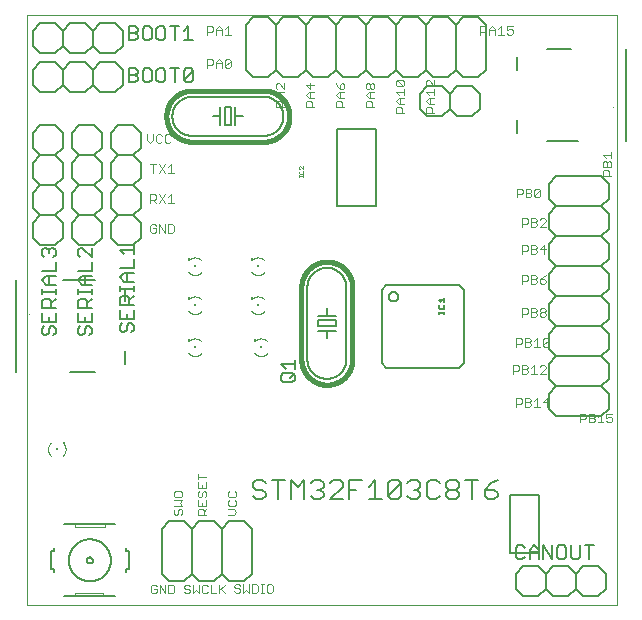
<source format=gto>
G75*
%MOIN*%
%OFA0B0*%
%FSLAX25Y25*%
%IPPOS*%
%LPD*%
%AMOC8*
5,1,8,0,0,1.08239X$1,22.5*
%
%ADD10C,0.00000*%
%ADD11C,0.00300*%
%ADD12C,0.00600*%
%ADD13C,0.00500*%
%ADD14C,0.00400*%
%ADD15R,0.00787X0.00787*%
%ADD16R,0.00984X0.00591*%
%ADD17C,0.00800*%
%ADD18C,0.00100*%
%ADD19R,0.00591X0.00984*%
%ADD20C,0.01600*%
%ADD21C,0.00200*%
D10*
X0009000Y0001100D02*
X0009000Y0197950D01*
X0205850Y0197950D01*
X0205850Y0001100D01*
X0009000Y0001100D01*
D11*
X0050310Y0005534D02*
X0050794Y0005050D01*
X0051762Y0005050D01*
X0052245Y0005534D01*
X0052245Y0006501D01*
X0051278Y0006501D01*
X0050310Y0007469D02*
X0050310Y0005534D01*
X0050310Y0007469D02*
X0050794Y0007952D01*
X0051762Y0007952D01*
X0052245Y0007469D01*
X0053257Y0007952D02*
X0055192Y0005050D01*
X0055192Y0007952D01*
X0056203Y0007952D02*
X0056203Y0005050D01*
X0057655Y0005050D01*
X0058138Y0005534D01*
X0058138Y0007469D01*
X0057655Y0007952D01*
X0056203Y0007952D01*
X0053257Y0007952D02*
X0053257Y0005050D01*
X0061417Y0005534D02*
X0061901Y0005050D01*
X0062869Y0005050D01*
X0063352Y0005534D01*
X0063352Y0006017D01*
X0062869Y0006501D01*
X0061901Y0006501D01*
X0061417Y0006985D01*
X0061417Y0007469D01*
X0061901Y0007952D01*
X0062869Y0007952D01*
X0063352Y0007469D01*
X0064364Y0007952D02*
X0064364Y0005050D01*
X0065331Y0006017D01*
X0066299Y0005050D01*
X0066299Y0007952D01*
X0067310Y0007469D02*
X0067310Y0005534D01*
X0067794Y0005050D01*
X0068762Y0005050D01*
X0069245Y0005534D01*
X0070257Y0005050D02*
X0072192Y0005050D01*
X0073203Y0005050D02*
X0073203Y0007952D01*
X0073687Y0006501D02*
X0075138Y0005050D01*
X0073203Y0006017D02*
X0075138Y0007952D01*
X0078150Y0007669D02*
X0078634Y0008152D01*
X0079601Y0008152D01*
X0080085Y0007669D01*
X0079601Y0006701D02*
X0080085Y0006217D01*
X0080085Y0005734D01*
X0079601Y0005250D01*
X0078634Y0005250D01*
X0078150Y0005734D01*
X0078634Y0006701D02*
X0079601Y0006701D01*
X0078634Y0006701D02*
X0078150Y0007185D01*
X0078150Y0007669D01*
X0081097Y0008152D02*
X0081097Y0005250D01*
X0082064Y0006217D01*
X0083031Y0005250D01*
X0083031Y0008152D01*
X0084043Y0008152D02*
X0085494Y0008152D01*
X0085978Y0007669D01*
X0085978Y0005734D01*
X0085494Y0005250D01*
X0084043Y0005250D01*
X0084043Y0008152D01*
X0086990Y0008152D02*
X0087957Y0008152D01*
X0087473Y0008152D02*
X0087473Y0005250D01*
X0086990Y0005250D02*
X0087957Y0005250D01*
X0088954Y0005734D02*
X0089438Y0005250D01*
X0090405Y0005250D01*
X0090889Y0005734D01*
X0090889Y0007669D01*
X0090405Y0008152D01*
X0089438Y0008152D01*
X0088954Y0007669D01*
X0088954Y0005734D01*
X0070257Y0005050D02*
X0070257Y0007952D01*
X0069245Y0007469D02*
X0068762Y0007952D01*
X0067794Y0007952D01*
X0067310Y0007469D01*
X0067883Y0031250D02*
X0067883Y0032701D01*
X0067399Y0033185D01*
X0066431Y0033185D01*
X0065948Y0032701D01*
X0065948Y0031250D01*
X0068850Y0031250D01*
X0067883Y0032217D02*
X0068850Y0033185D01*
X0068850Y0034197D02*
X0068850Y0036131D01*
X0068366Y0037143D02*
X0068850Y0037627D01*
X0068850Y0038594D01*
X0068366Y0039078D01*
X0067883Y0039078D01*
X0067399Y0038594D01*
X0067399Y0037627D01*
X0066915Y0037143D01*
X0066431Y0037143D01*
X0065948Y0037627D01*
X0065948Y0038594D01*
X0066431Y0039078D01*
X0065948Y0040090D02*
X0068850Y0040090D01*
X0068850Y0042025D01*
X0067399Y0041057D02*
X0067399Y0040090D01*
X0065948Y0040090D02*
X0065948Y0042025D01*
X0065948Y0043036D02*
X0065948Y0044971D01*
X0065948Y0044004D02*
X0068850Y0044004D01*
X0075948Y0038594D02*
X0075948Y0037627D01*
X0076431Y0037143D01*
X0078366Y0037143D01*
X0078850Y0037627D01*
X0078850Y0038594D01*
X0078366Y0039078D01*
X0076431Y0039078D02*
X0075948Y0038594D01*
X0076431Y0036131D02*
X0075948Y0035648D01*
X0075948Y0034680D01*
X0076431Y0034197D01*
X0078366Y0034197D01*
X0078850Y0034680D01*
X0078850Y0035648D01*
X0078366Y0036131D01*
X0077883Y0033185D02*
X0075948Y0033185D01*
X0077883Y0033185D02*
X0078850Y0032217D01*
X0077883Y0031250D01*
X0075948Y0031250D01*
X0068850Y0034197D02*
X0065948Y0034197D01*
X0065948Y0036131D01*
X0067399Y0035164D02*
X0067399Y0034197D01*
X0060850Y0034197D02*
X0059883Y0035164D01*
X0060850Y0036131D01*
X0057948Y0036131D01*
X0058431Y0037143D02*
X0060366Y0037143D01*
X0060850Y0037627D01*
X0060850Y0038594D01*
X0060366Y0039078D01*
X0058431Y0039078D01*
X0057948Y0038594D01*
X0057948Y0037627D01*
X0058431Y0037143D01*
X0057948Y0034197D02*
X0060850Y0034197D01*
X0060366Y0033185D02*
X0059883Y0033185D01*
X0059399Y0032701D01*
X0059399Y0031734D01*
X0058915Y0031250D01*
X0058431Y0031250D01*
X0057948Y0031734D01*
X0057948Y0032701D01*
X0058431Y0033185D01*
X0060366Y0033185D02*
X0060850Y0032701D01*
X0060850Y0031734D01*
X0060366Y0031250D01*
X0057494Y0125250D02*
X0057978Y0125734D01*
X0057978Y0127669D01*
X0057494Y0128152D01*
X0056043Y0128152D01*
X0056043Y0125250D01*
X0057494Y0125250D01*
X0055031Y0125250D02*
X0055031Y0128152D01*
X0053097Y0128152D02*
X0055031Y0125250D01*
X0053097Y0125250D02*
X0053097Y0128152D01*
X0052085Y0127669D02*
X0051601Y0128152D01*
X0050634Y0128152D01*
X0050150Y0127669D01*
X0050150Y0125734D01*
X0050634Y0125250D01*
X0051601Y0125250D01*
X0052085Y0125734D01*
X0052085Y0126701D01*
X0051117Y0126701D01*
X0050150Y0135250D02*
X0050150Y0138152D01*
X0051601Y0138152D01*
X0052085Y0137669D01*
X0052085Y0136701D01*
X0051601Y0136217D01*
X0050150Y0136217D01*
X0051117Y0136217D02*
X0052085Y0135250D01*
X0053097Y0135250D02*
X0055031Y0138152D01*
X0056043Y0137185D02*
X0057011Y0138152D01*
X0057011Y0135250D01*
X0057978Y0135250D02*
X0056043Y0135250D01*
X0055031Y0135250D02*
X0053097Y0138152D01*
X0053097Y0145250D02*
X0055031Y0148152D01*
X0056043Y0147185D02*
X0057011Y0148152D01*
X0057011Y0145250D01*
X0057978Y0145250D02*
X0056043Y0145250D01*
X0055031Y0145250D02*
X0053097Y0148152D01*
X0052085Y0148152D02*
X0050150Y0148152D01*
X0051117Y0148152D02*
X0051117Y0145250D01*
X0050117Y0155250D02*
X0051085Y0156217D01*
X0051085Y0158152D01*
X0052097Y0157669D02*
X0052097Y0155734D01*
X0052580Y0155250D01*
X0053548Y0155250D01*
X0054031Y0155734D01*
X0055043Y0155734D02*
X0055527Y0155250D01*
X0056494Y0155250D01*
X0056978Y0155734D01*
X0056978Y0157669D02*
X0056494Y0158152D01*
X0055527Y0158152D01*
X0055043Y0157669D01*
X0055043Y0155734D01*
X0054031Y0157669D02*
X0053548Y0158152D01*
X0052580Y0158152D01*
X0052097Y0157669D01*
X0049150Y0158152D02*
X0049150Y0156217D01*
X0050117Y0155250D01*
X0069150Y0180250D02*
X0069150Y0183152D01*
X0070601Y0183152D01*
X0071085Y0182669D01*
X0071085Y0181701D01*
X0070601Y0181217D01*
X0069150Y0181217D01*
X0072097Y0181701D02*
X0074031Y0181701D01*
X0074031Y0182185D02*
X0074031Y0180250D01*
X0075043Y0180734D02*
X0076978Y0182669D01*
X0076978Y0180734D01*
X0076494Y0180250D01*
X0075527Y0180250D01*
X0075043Y0180734D01*
X0075043Y0182669D01*
X0075527Y0183152D01*
X0076494Y0183152D01*
X0076978Y0182669D01*
X0074031Y0182185D02*
X0073064Y0183152D01*
X0072097Y0182185D01*
X0072097Y0180250D01*
X0072097Y0191250D02*
X0072097Y0193185D01*
X0073064Y0194152D01*
X0074031Y0193185D01*
X0074031Y0191250D01*
X0075043Y0191250D02*
X0076978Y0191250D01*
X0076011Y0191250D02*
X0076011Y0194152D01*
X0075043Y0193185D01*
X0074031Y0192701D02*
X0072097Y0192701D01*
X0071085Y0192701D02*
X0070601Y0192217D01*
X0069150Y0192217D01*
X0069150Y0191250D02*
X0069150Y0194152D01*
X0070601Y0194152D01*
X0071085Y0193669D01*
X0071085Y0192701D01*
X0091948Y0174594D02*
X0091948Y0173627D01*
X0092431Y0173143D01*
X0092915Y0172131D02*
X0094850Y0172131D01*
X0094850Y0173143D02*
X0092915Y0175078D01*
X0092431Y0175078D01*
X0091948Y0174594D01*
X0092915Y0172131D02*
X0091948Y0171164D01*
X0092915Y0170197D01*
X0094850Y0170197D01*
X0093399Y0170197D02*
X0093399Y0172131D01*
X0094850Y0173143D02*
X0094850Y0175078D01*
X0093399Y0169185D02*
X0093883Y0168701D01*
X0093883Y0167250D01*
X0094850Y0167250D02*
X0091948Y0167250D01*
X0091948Y0168701D01*
X0092431Y0169185D01*
X0093399Y0169185D01*
X0101948Y0168701D02*
X0101948Y0167250D01*
X0104850Y0167250D01*
X0103883Y0167250D02*
X0103883Y0168701D01*
X0103399Y0169185D01*
X0102431Y0169185D01*
X0101948Y0168701D01*
X0102915Y0170197D02*
X0101948Y0171164D01*
X0102915Y0172131D01*
X0104850Y0172131D01*
X0103399Y0172131D02*
X0103399Y0170197D01*
X0102915Y0170197D02*
X0104850Y0170197D01*
X0103399Y0173143D02*
X0103399Y0175078D01*
X0104850Y0174594D02*
X0101948Y0174594D01*
X0103399Y0173143D01*
X0111948Y0175078D02*
X0112431Y0174111D01*
X0113399Y0173143D01*
X0113399Y0174594D01*
X0113883Y0175078D01*
X0114366Y0175078D01*
X0114850Y0174594D01*
X0114850Y0173627D01*
X0114366Y0173143D01*
X0113399Y0173143D01*
X0113399Y0172131D02*
X0113399Y0170197D01*
X0112915Y0170197D02*
X0111948Y0171164D01*
X0112915Y0172131D01*
X0114850Y0172131D01*
X0114850Y0170197D02*
X0112915Y0170197D01*
X0112431Y0169185D02*
X0113399Y0169185D01*
X0113883Y0168701D01*
X0113883Y0167250D01*
X0114850Y0167250D02*
X0111948Y0167250D01*
X0111948Y0168701D01*
X0112431Y0169185D01*
X0121948Y0168701D02*
X0121948Y0167250D01*
X0124850Y0167250D01*
X0123883Y0167250D02*
X0123883Y0168701D01*
X0123399Y0169185D01*
X0122431Y0169185D01*
X0121948Y0168701D01*
X0122915Y0170197D02*
X0121948Y0171164D01*
X0122915Y0172131D01*
X0124850Y0172131D01*
X0124366Y0173143D02*
X0123883Y0173143D01*
X0123399Y0173627D01*
X0123399Y0174594D01*
X0123883Y0175078D01*
X0124366Y0175078D01*
X0124850Y0174594D01*
X0124850Y0173627D01*
X0124366Y0173143D01*
X0123399Y0173627D02*
X0122915Y0173143D01*
X0122431Y0173143D01*
X0121948Y0173627D01*
X0121948Y0174594D01*
X0122431Y0175078D01*
X0122915Y0175078D01*
X0123399Y0174594D01*
X0123399Y0172131D02*
X0123399Y0170197D01*
X0122915Y0170197D02*
X0124850Y0170197D01*
X0131948Y0169164D02*
X0132915Y0170131D01*
X0134850Y0170131D01*
X0134850Y0171143D02*
X0134850Y0173078D01*
X0134850Y0172111D02*
X0131948Y0172111D01*
X0132915Y0171143D01*
X0133399Y0170131D02*
X0133399Y0168197D01*
X0132915Y0168197D02*
X0131948Y0169164D01*
X0132915Y0168197D02*
X0134850Y0168197D01*
X0133399Y0167185D02*
X0133883Y0166701D01*
X0133883Y0165250D01*
X0134850Y0165250D02*
X0131948Y0165250D01*
X0131948Y0166701D01*
X0132431Y0167185D01*
X0133399Y0167185D01*
X0134366Y0174090D02*
X0132431Y0174090D01*
X0131948Y0174573D01*
X0131948Y0175541D01*
X0132431Y0176025D01*
X0134366Y0174090D01*
X0134850Y0174573D01*
X0134850Y0175541D01*
X0134366Y0176025D01*
X0132431Y0176025D01*
X0141948Y0175541D02*
X0141948Y0174573D01*
X0142431Y0174090D01*
X0141948Y0175541D02*
X0142431Y0176025D01*
X0142915Y0176025D01*
X0144850Y0174090D01*
X0144850Y0176025D01*
X0144850Y0173078D02*
X0144850Y0171143D01*
X0144850Y0172111D02*
X0141948Y0172111D01*
X0142915Y0171143D01*
X0142915Y0170131D02*
X0144850Y0170131D01*
X0143399Y0170131D02*
X0143399Y0168197D01*
X0142915Y0168197D02*
X0144850Y0168197D01*
X0143399Y0167185D02*
X0142431Y0167185D01*
X0141948Y0166701D01*
X0141948Y0165250D01*
X0144850Y0165250D01*
X0143883Y0165250D02*
X0143883Y0166701D01*
X0143399Y0167185D01*
X0142915Y0168197D02*
X0141948Y0169164D01*
X0142915Y0170131D01*
X0160150Y0191250D02*
X0160150Y0194152D01*
X0161601Y0194152D01*
X0162085Y0193669D01*
X0162085Y0192701D01*
X0161601Y0192217D01*
X0160150Y0192217D01*
X0163097Y0192701D02*
X0165031Y0192701D01*
X0165031Y0193185D02*
X0165031Y0191250D01*
X0166043Y0191250D02*
X0167978Y0191250D01*
X0167011Y0191250D02*
X0167011Y0194152D01*
X0166043Y0193185D01*
X0165031Y0193185D02*
X0164064Y0194152D01*
X0163097Y0193185D01*
X0163097Y0191250D01*
X0168990Y0191734D02*
X0169473Y0191250D01*
X0170441Y0191250D01*
X0170925Y0191734D01*
X0170925Y0192701D01*
X0170441Y0193185D01*
X0169957Y0193185D01*
X0168990Y0192701D01*
X0168990Y0194152D01*
X0170925Y0194152D01*
X0203850Y0152078D02*
X0203850Y0150143D01*
X0203850Y0151111D02*
X0200948Y0151111D01*
X0201915Y0150143D01*
X0201915Y0149131D02*
X0202399Y0148648D01*
X0202399Y0147197D01*
X0202399Y0146185D02*
X0202883Y0145701D01*
X0202883Y0144250D01*
X0203850Y0144250D02*
X0200948Y0144250D01*
X0200948Y0145701D01*
X0201431Y0146185D01*
X0202399Y0146185D01*
X0203850Y0147197D02*
X0203850Y0148648D01*
X0203366Y0149131D01*
X0202883Y0149131D01*
X0202399Y0148648D01*
X0201915Y0149131D02*
X0201431Y0149131D01*
X0200948Y0148648D01*
X0200948Y0147197D01*
X0203850Y0147197D01*
X0181978Y0129669D02*
X0181978Y0129185D01*
X0180043Y0127250D01*
X0181978Y0127250D01*
X0181978Y0129669D02*
X0181494Y0130152D01*
X0180527Y0130152D01*
X0180043Y0129669D01*
X0179031Y0129669D02*
X0179031Y0129185D01*
X0178548Y0128701D01*
X0177097Y0128701D01*
X0176085Y0128701D02*
X0175601Y0128217D01*
X0174150Y0128217D01*
X0174150Y0127250D02*
X0174150Y0130152D01*
X0175601Y0130152D01*
X0176085Y0129669D01*
X0176085Y0128701D01*
X0177097Y0127250D02*
X0178548Y0127250D01*
X0179031Y0127734D01*
X0179031Y0128217D01*
X0178548Y0128701D01*
X0179031Y0129669D02*
X0178548Y0130152D01*
X0177097Y0130152D01*
X0177097Y0127250D01*
X0177097Y0121152D02*
X0178548Y0121152D01*
X0179031Y0120669D01*
X0179031Y0120185D01*
X0178548Y0119701D01*
X0177097Y0119701D01*
X0176085Y0119701D02*
X0175601Y0119217D01*
X0174150Y0119217D01*
X0174150Y0118250D02*
X0174150Y0121152D01*
X0175601Y0121152D01*
X0176085Y0120669D01*
X0176085Y0119701D01*
X0177097Y0118250D02*
X0177097Y0121152D01*
X0178548Y0119701D02*
X0179031Y0119217D01*
X0179031Y0118734D01*
X0178548Y0118250D01*
X0177097Y0118250D01*
X0180043Y0119701D02*
X0181978Y0119701D01*
X0181494Y0118250D02*
X0181494Y0121152D01*
X0180043Y0119701D01*
X0178548Y0111152D02*
X0177097Y0111152D01*
X0177097Y0108250D01*
X0178548Y0108250D01*
X0179031Y0108734D01*
X0179031Y0109217D01*
X0178548Y0109701D01*
X0177097Y0109701D01*
X0176085Y0109701D02*
X0175601Y0109217D01*
X0174150Y0109217D01*
X0174150Y0108250D02*
X0174150Y0111152D01*
X0175601Y0111152D01*
X0176085Y0110669D01*
X0176085Y0109701D01*
X0178548Y0109701D02*
X0179031Y0110185D01*
X0179031Y0110669D01*
X0178548Y0111152D01*
X0180043Y0109701D02*
X0180043Y0108734D01*
X0180527Y0108250D01*
X0181494Y0108250D01*
X0181978Y0108734D01*
X0181978Y0109217D01*
X0181494Y0109701D01*
X0180043Y0109701D01*
X0181011Y0110669D01*
X0181978Y0111152D01*
X0181494Y0100152D02*
X0181978Y0099669D01*
X0181978Y0099185D01*
X0181494Y0098701D01*
X0180527Y0098701D01*
X0180043Y0099185D01*
X0180043Y0099669D01*
X0180527Y0100152D01*
X0181494Y0100152D01*
X0181494Y0098701D02*
X0181978Y0098217D01*
X0181978Y0097734D01*
X0181494Y0097250D01*
X0180527Y0097250D01*
X0180043Y0097734D01*
X0180043Y0098217D01*
X0180527Y0098701D01*
X0179031Y0098217D02*
X0179031Y0097734D01*
X0178548Y0097250D01*
X0177097Y0097250D01*
X0177097Y0100152D01*
X0178548Y0100152D01*
X0179031Y0099669D01*
X0179031Y0099185D01*
X0178548Y0098701D01*
X0177097Y0098701D01*
X0176085Y0098701D02*
X0175601Y0098217D01*
X0174150Y0098217D01*
X0174150Y0097250D02*
X0174150Y0100152D01*
X0175601Y0100152D01*
X0176085Y0099669D01*
X0176085Y0098701D01*
X0178548Y0098701D02*
X0179031Y0098217D01*
X0179011Y0090152D02*
X0179011Y0087250D01*
X0179978Y0087250D02*
X0178043Y0087250D01*
X0177031Y0087734D02*
X0176548Y0087250D01*
X0175097Y0087250D01*
X0175097Y0090152D01*
X0176548Y0090152D01*
X0177031Y0089669D01*
X0177031Y0089185D01*
X0176548Y0088701D01*
X0175097Y0088701D01*
X0174085Y0088701D02*
X0173601Y0088217D01*
X0172150Y0088217D01*
X0172150Y0087250D02*
X0172150Y0090152D01*
X0173601Y0090152D01*
X0174085Y0089669D01*
X0174085Y0088701D01*
X0176548Y0088701D02*
X0177031Y0088217D01*
X0177031Y0087734D01*
X0178043Y0089185D02*
X0179011Y0090152D01*
X0180990Y0089669D02*
X0180990Y0087734D01*
X0182925Y0089669D01*
X0182925Y0087734D01*
X0182441Y0087250D01*
X0181473Y0087250D01*
X0180990Y0087734D01*
X0180990Y0089669D02*
X0181473Y0090152D01*
X0182441Y0090152D01*
X0182925Y0089669D01*
X0181441Y0081152D02*
X0180473Y0081152D01*
X0179990Y0080669D01*
X0181441Y0081152D02*
X0181925Y0080669D01*
X0181925Y0080185D01*
X0179990Y0078250D01*
X0181925Y0078250D01*
X0178978Y0078250D02*
X0177043Y0078250D01*
X0178011Y0078250D02*
X0178011Y0081152D01*
X0177043Y0080185D01*
X0176031Y0080185D02*
X0175548Y0079701D01*
X0174097Y0079701D01*
X0173085Y0079701D02*
X0172601Y0079217D01*
X0171150Y0079217D01*
X0171150Y0078250D02*
X0171150Y0081152D01*
X0172601Y0081152D01*
X0173085Y0080669D01*
X0173085Y0079701D01*
X0174097Y0078250D02*
X0175548Y0078250D01*
X0176031Y0078734D01*
X0176031Y0079217D01*
X0175548Y0079701D01*
X0176031Y0080185D02*
X0176031Y0080669D01*
X0175548Y0081152D01*
X0174097Y0081152D01*
X0174097Y0078250D01*
X0173601Y0070152D02*
X0172150Y0070152D01*
X0172150Y0067250D01*
X0172150Y0068217D02*
X0173601Y0068217D01*
X0174085Y0068701D01*
X0174085Y0069669D01*
X0173601Y0070152D01*
X0175097Y0070152D02*
X0176548Y0070152D01*
X0177031Y0069669D01*
X0177031Y0069185D01*
X0176548Y0068701D01*
X0175097Y0068701D01*
X0176548Y0068701D02*
X0177031Y0068217D01*
X0177031Y0067734D01*
X0176548Y0067250D01*
X0175097Y0067250D01*
X0175097Y0070152D01*
X0178043Y0069185D02*
X0179011Y0070152D01*
X0179011Y0067250D01*
X0179978Y0067250D02*
X0178043Y0067250D01*
X0180990Y0068701D02*
X0182925Y0068701D01*
X0182441Y0067250D02*
X0182441Y0070152D01*
X0180990Y0068701D01*
X0193364Y0064952D02*
X0193364Y0062050D01*
X0193364Y0063017D02*
X0194815Y0063017D01*
X0195299Y0063501D01*
X0195299Y0064469D01*
X0194815Y0064952D01*
X0193364Y0064952D01*
X0196310Y0064952D02*
X0196310Y0062050D01*
X0197762Y0062050D01*
X0198245Y0062534D01*
X0198245Y0063017D01*
X0197762Y0063501D01*
X0196310Y0063501D01*
X0196310Y0064952D02*
X0197762Y0064952D01*
X0198245Y0064469D01*
X0198245Y0063985D01*
X0197762Y0063501D01*
X0199257Y0063985D02*
X0200224Y0064952D01*
X0200224Y0062050D01*
X0199257Y0062050D02*
X0201192Y0062050D01*
X0202203Y0062534D02*
X0202687Y0062050D01*
X0203655Y0062050D01*
X0204138Y0062534D01*
X0204138Y0063501D01*
X0203655Y0063985D01*
X0203171Y0063985D01*
X0202203Y0063501D01*
X0202203Y0064952D01*
X0204138Y0064952D01*
X0179655Y0137050D02*
X0178687Y0137050D01*
X0178203Y0137534D01*
X0180138Y0139469D01*
X0180138Y0137534D01*
X0179655Y0137050D01*
X0178203Y0137534D02*
X0178203Y0139469D01*
X0178687Y0139952D01*
X0179655Y0139952D01*
X0180138Y0139469D01*
X0177192Y0139469D02*
X0177192Y0138985D01*
X0176708Y0138501D01*
X0175257Y0138501D01*
X0174245Y0138501D02*
X0173762Y0138017D01*
X0172310Y0138017D01*
X0172310Y0137050D02*
X0172310Y0139952D01*
X0173762Y0139952D01*
X0174245Y0139469D01*
X0174245Y0138501D01*
X0175257Y0137050D02*
X0176708Y0137050D01*
X0177192Y0137534D01*
X0177192Y0138017D01*
X0176708Y0138501D01*
X0177192Y0139469D02*
X0176708Y0139952D01*
X0175257Y0139952D01*
X0175257Y0137050D01*
D12*
X0183000Y0136600D02*
X0183000Y0141600D01*
X0185500Y0144100D01*
X0200500Y0144100D01*
X0203000Y0141600D01*
X0203000Y0136600D01*
X0200500Y0134100D01*
X0185500Y0134100D01*
X0183000Y0131600D01*
X0183000Y0126600D01*
X0185500Y0124100D01*
X0200500Y0124100D01*
X0203000Y0121600D01*
X0203000Y0116600D01*
X0200500Y0114100D01*
X0185500Y0114100D01*
X0183000Y0111600D01*
X0183000Y0106600D01*
X0185500Y0104100D01*
X0200500Y0104100D01*
X0203000Y0101600D01*
X0203000Y0096600D01*
X0200500Y0094100D01*
X0185500Y0094100D01*
X0183000Y0091600D01*
X0183000Y0086600D01*
X0185500Y0084100D01*
X0200500Y0084100D01*
X0203000Y0081600D01*
X0203000Y0076600D01*
X0200500Y0074100D01*
X0203000Y0071600D01*
X0203000Y0066600D01*
X0200500Y0064100D01*
X0185500Y0064100D01*
X0183000Y0066600D01*
X0183000Y0071600D01*
X0185500Y0074100D01*
X0200500Y0074100D01*
X0200500Y0084100D02*
X0203000Y0086600D01*
X0203000Y0091600D01*
X0200500Y0094100D01*
X0200500Y0104100D02*
X0203000Y0106600D01*
X0203000Y0111600D01*
X0200500Y0114100D01*
X0200500Y0124100D02*
X0203000Y0126600D01*
X0203000Y0131600D01*
X0200500Y0134100D01*
X0185500Y0134100D02*
X0183000Y0136600D01*
X0185500Y0124100D02*
X0183000Y0121600D01*
X0183000Y0116600D01*
X0185500Y0114100D01*
X0185500Y0104100D02*
X0183000Y0101600D01*
X0183000Y0096600D01*
X0185500Y0094100D01*
X0185500Y0084100D02*
X0183000Y0081600D01*
X0183000Y0076600D01*
X0185500Y0074100D01*
X0154780Y0081895D02*
X0153205Y0080320D01*
X0128795Y0080320D01*
X0127220Y0081895D01*
X0127220Y0106305D01*
X0128795Y0107880D01*
X0153205Y0107880D01*
X0154780Y0106305D01*
X0154780Y0081895D01*
X0148200Y0098261D02*
X0148200Y0098895D01*
X0148200Y0098578D02*
X0146298Y0098578D01*
X0146298Y0098261D02*
X0146298Y0098895D01*
X0146615Y0099796D02*
X0147883Y0099796D01*
X0148200Y0100113D01*
X0148200Y0100747D01*
X0147883Y0101064D01*
X0148200Y0102098D02*
X0148200Y0103366D01*
X0148200Y0102732D02*
X0146298Y0102732D01*
X0146932Y0102098D01*
X0146615Y0101064D02*
X0146298Y0100747D01*
X0146298Y0100113D01*
X0146615Y0099796D01*
X0129582Y0103943D02*
X0129584Y0104022D01*
X0129590Y0104101D01*
X0129600Y0104180D01*
X0129614Y0104258D01*
X0129631Y0104335D01*
X0129653Y0104411D01*
X0129678Y0104486D01*
X0129708Y0104559D01*
X0129740Y0104631D01*
X0129777Y0104702D01*
X0129817Y0104770D01*
X0129860Y0104836D01*
X0129906Y0104900D01*
X0129956Y0104962D01*
X0130009Y0105021D01*
X0130064Y0105077D01*
X0130123Y0105131D01*
X0130184Y0105181D01*
X0130247Y0105229D01*
X0130313Y0105273D01*
X0130381Y0105314D01*
X0130451Y0105351D01*
X0130522Y0105385D01*
X0130596Y0105415D01*
X0130670Y0105441D01*
X0130746Y0105463D01*
X0130823Y0105482D01*
X0130901Y0105497D01*
X0130979Y0105508D01*
X0131058Y0105515D01*
X0131137Y0105518D01*
X0131216Y0105517D01*
X0131295Y0105512D01*
X0131374Y0105503D01*
X0131452Y0105490D01*
X0131529Y0105473D01*
X0131606Y0105453D01*
X0131681Y0105428D01*
X0131755Y0105400D01*
X0131828Y0105368D01*
X0131898Y0105333D01*
X0131967Y0105294D01*
X0132034Y0105251D01*
X0132099Y0105205D01*
X0132161Y0105157D01*
X0132221Y0105105D01*
X0132278Y0105050D01*
X0132332Y0104992D01*
X0132383Y0104932D01*
X0132431Y0104869D01*
X0132476Y0104804D01*
X0132518Y0104736D01*
X0132556Y0104667D01*
X0132590Y0104596D01*
X0132621Y0104523D01*
X0132649Y0104448D01*
X0132672Y0104373D01*
X0132692Y0104296D01*
X0132708Y0104219D01*
X0132720Y0104140D01*
X0132728Y0104062D01*
X0132732Y0103983D01*
X0132732Y0103903D01*
X0132728Y0103824D01*
X0132720Y0103746D01*
X0132708Y0103667D01*
X0132692Y0103590D01*
X0132672Y0103513D01*
X0132649Y0103438D01*
X0132621Y0103363D01*
X0132590Y0103290D01*
X0132556Y0103219D01*
X0132518Y0103150D01*
X0132476Y0103082D01*
X0132431Y0103017D01*
X0132383Y0102954D01*
X0132332Y0102894D01*
X0132278Y0102836D01*
X0132221Y0102781D01*
X0132161Y0102729D01*
X0132099Y0102681D01*
X0132034Y0102635D01*
X0131967Y0102592D01*
X0131898Y0102553D01*
X0131828Y0102518D01*
X0131755Y0102486D01*
X0131681Y0102458D01*
X0131606Y0102433D01*
X0131529Y0102413D01*
X0131452Y0102396D01*
X0131374Y0102383D01*
X0131295Y0102374D01*
X0131216Y0102369D01*
X0131137Y0102368D01*
X0131058Y0102371D01*
X0130979Y0102378D01*
X0130901Y0102389D01*
X0130823Y0102404D01*
X0130746Y0102423D01*
X0130670Y0102445D01*
X0130596Y0102471D01*
X0130522Y0102501D01*
X0130451Y0102535D01*
X0130381Y0102572D01*
X0130313Y0102613D01*
X0130247Y0102657D01*
X0130184Y0102705D01*
X0130123Y0102755D01*
X0130064Y0102809D01*
X0130009Y0102865D01*
X0129956Y0102924D01*
X0129906Y0102986D01*
X0129860Y0103050D01*
X0129817Y0103116D01*
X0129777Y0103184D01*
X0129740Y0103255D01*
X0129708Y0103327D01*
X0129678Y0103400D01*
X0129653Y0103475D01*
X0129631Y0103551D01*
X0129614Y0103628D01*
X0129600Y0103706D01*
X0129590Y0103785D01*
X0129584Y0103864D01*
X0129582Y0103943D01*
X0115500Y0107100D02*
X0115500Y0083100D01*
X0115498Y0082940D01*
X0115492Y0082781D01*
X0115482Y0082622D01*
X0115469Y0082463D01*
X0115451Y0082304D01*
X0115430Y0082146D01*
X0115404Y0081989D01*
X0115375Y0081832D01*
X0115342Y0081676D01*
X0115305Y0081521D01*
X0115265Y0081366D01*
X0115220Y0081213D01*
X0115172Y0081061D01*
X0115120Y0080910D01*
X0115064Y0080761D01*
X0115005Y0080613D01*
X0114942Y0080466D01*
X0114876Y0080321D01*
X0114806Y0080178D01*
X0114732Y0080036D01*
X0114656Y0079896D01*
X0114575Y0079758D01*
X0114492Y0079623D01*
X0114405Y0079489D01*
X0114314Y0079357D01*
X0114221Y0079228D01*
X0114124Y0079101D01*
X0114025Y0078976D01*
X0113922Y0078854D01*
X0113816Y0078735D01*
X0113708Y0078618D01*
X0113596Y0078504D01*
X0113482Y0078392D01*
X0113365Y0078284D01*
X0113246Y0078178D01*
X0113124Y0078075D01*
X0112999Y0077976D01*
X0112872Y0077879D01*
X0112743Y0077786D01*
X0112611Y0077695D01*
X0112477Y0077608D01*
X0112342Y0077525D01*
X0112204Y0077444D01*
X0112064Y0077368D01*
X0111922Y0077294D01*
X0111779Y0077224D01*
X0111634Y0077158D01*
X0111487Y0077095D01*
X0111339Y0077036D01*
X0111190Y0076980D01*
X0111039Y0076928D01*
X0110887Y0076880D01*
X0110734Y0076835D01*
X0110579Y0076795D01*
X0110424Y0076758D01*
X0110268Y0076725D01*
X0110111Y0076696D01*
X0109954Y0076670D01*
X0109796Y0076649D01*
X0109637Y0076631D01*
X0109478Y0076618D01*
X0109319Y0076608D01*
X0109160Y0076602D01*
X0109000Y0076600D01*
X0108840Y0076602D01*
X0108681Y0076608D01*
X0108522Y0076618D01*
X0108363Y0076631D01*
X0108204Y0076649D01*
X0108046Y0076670D01*
X0107889Y0076696D01*
X0107732Y0076725D01*
X0107576Y0076758D01*
X0107421Y0076795D01*
X0107266Y0076835D01*
X0107113Y0076880D01*
X0106961Y0076928D01*
X0106810Y0076980D01*
X0106661Y0077036D01*
X0106513Y0077095D01*
X0106366Y0077158D01*
X0106221Y0077224D01*
X0106078Y0077294D01*
X0105936Y0077368D01*
X0105796Y0077444D01*
X0105658Y0077525D01*
X0105523Y0077608D01*
X0105389Y0077695D01*
X0105257Y0077786D01*
X0105128Y0077879D01*
X0105001Y0077976D01*
X0104876Y0078075D01*
X0104754Y0078178D01*
X0104635Y0078284D01*
X0104518Y0078392D01*
X0104404Y0078504D01*
X0104292Y0078618D01*
X0104184Y0078735D01*
X0104078Y0078854D01*
X0103975Y0078976D01*
X0103876Y0079101D01*
X0103779Y0079228D01*
X0103686Y0079357D01*
X0103595Y0079489D01*
X0103508Y0079623D01*
X0103425Y0079758D01*
X0103344Y0079896D01*
X0103268Y0080036D01*
X0103194Y0080178D01*
X0103124Y0080321D01*
X0103058Y0080466D01*
X0102995Y0080613D01*
X0102936Y0080761D01*
X0102880Y0080910D01*
X0102828Y0081061D01*
X0102780Y0081213D01*
X0102735Y0081366D01*
X0102695Y0081521D01*
X0102658Y0081676D01*
X0102625Y0081832D01*
X0102596Y0081989D01*
X0102570Y0082146D01*
X0102549Y0082304D01*
X0102531Y0082463D01*
X0102518Y0082622D01*
X0102508Y0082781D01*
X0102502Y0082940D01*
X0102500Y0083100D01*
X0102500Y0107100D01*
X0102502Y0107260D01*
X0102508Y0107419D01*
X0102518Y0107578D01*
X0102531Y0107737D01*
X0102549Y0107896D01*
X0102570Y0108054D01*
X0102596Y0108211D01*
X0102625Y0108368D01*
X0102658Y0108524D01*
X0102695Y0108679D01*
X0102735Y0108834D01*
X0102780Y0108987D01*
X0102828Y0109139D01*
X0102880Y0109290D01*
X0102936Y0109439D01*
X0102995Y0109587D01*
X0103058Y0109734D01*
X0103124Y0109879D01*
X0103194Y0110022D01*
X0103268Y0110164D01*
X0103344Y0110304D01*
X0103425Y0110442D01*
X0103508Y0110577D01*
X0103595Y0110711D01*
X0103686Y0110843D01*
X0103779Y0110972D01*
X0103876Y0111099D01*
X0103975Y0111224D01*
X0104078Y0111346D01*
X0104184Y0111465D01*
X0104292Y0111582D01*
X0104404Y0111696D01*
X0104518Y0111808D01*
X0104635Y0111916D01*
X0104754Y0112022D01*
X0104876Y0112125D01*
X0105001Y0112224D01*
X0105128Y0112321D01*
X0105257Y0112414D01*
X0105389Y0112505D01*
X0105523Y0112592D01*
X0105658Y0112675D01*
X0105796Y0112756D01*
X0105936Y0112832D01*
X0106078Y0112906D01*
X0106221Y0112976D01*
X0106366Y0113042D01*
X0106513Y0113105D01*
X0106661Y0113164D01*
X0106810Y0113220D01*
X0106961Y0113272D01*
X0107113Y0113320D01*
X0107266Y0113365D01*
X0107421Y0113405D01*
X0107576Y0113442D01*
X0107732Y0113475D01*
X0107889Y0113504D01*
X0108046Y0113530D01*
X0108204Y0113551D01*
X0108363Y0113569D01*
X0108522Y0113582D01*
X0108681Y0113592D01*
X0108840Y0113598D01*
X0109000Y0113600D01*
X0109160Y0113598D01*
X0109319Y0113592D01*
X0109478Y0113582D01*
X0109637Y0113569D01*
X0109796Y0113551D01*
X0109954Y0113530D01*
X0110111Y0113504D01*
X0110268Y0113475D01*
X0110424Y0113442D01*
X0110579Y0113405D01*
X0110734Y0113365D01*
X0110887Y0113320D01*
X0111039Y0113272D01*
X0111190Y0113220D01*
X0111339Y0113164D01*
X0111487Y0113105D01*
X0111634Y0113042D01*
X0111779Y0112976D01*
X0111922Y0112906D01*
X0112064Y0112832D01*
X0112204Y0112756D01*
X0112342Y0112675D01*
X0112477Y0112592D01*
X0112611Y0112505D01*
X0112743Y0112414D01*
X0112872Y0112321D01*
X0112999Y0112224D01*
X0113124Y0112125D01*
X0113246Y0112022D01*
X0113365Y0111916D01*
X0113482Y0111808D01*
X0113596Y0111696D01*
X0113708Y0111582D01*
X0113816Y0111465D01*
X0113922Y0111346D01*
X0114025Y0111224D01*
X0114124Y0111099D01*
X0114221Y0110972D01*
X0114314Y0110843D01*
X0114405Y0110711D01*
X0114492Y0110577D01*
X0114575Y0110442D01*
X0114656Y0110304D01*
X0114732Y0110164D01*
X0114806Y0110022D01*
X0114876Y0109879D01*
X0114942Y0109734D01*
X0115005Y0109587D01*
X0115064Y0109439D01*
X0115120Y0109290D01*
X0115172Y0109139D01*
X0115220Y0108987D01*
X0115265Y0108834D01*
X0115305Y0108679D01*
X0115342Y0108524D01*
X0115375Y0108368D01*
X0115404Y0108211D01*
X0115430Y0108054D01*
X0115451Y0107896D01*
X0115469Y0107737D01*
X0115482Y0107578D01*
X0115492Y0107419D01*
X0115498Y0107260D01*
X0115500Y0107100D01*
X0109000Y0100100D02*
X0109000Y0097600D01*
X0112000Y0097600D01*
X0112000Y0096100D02*
X0112000Y0094100D01*
X0106000Y0094100D01*
X0106000Y0096100D01*
X0112000Y0096100D01*
X0109000Y0097600D02*
X0106000Y0097600D01*
X0106000Y0092600D02*
X0109000Y0092600D01*
X0109000Y0090100D01*
X0109000Y0092600D02*
X0112000Y0092600D01*
X0111150Y0042805D02*
X0110082Y0041738D01*
X0111150Y0042805D02*
X0113285Y0042805D01*
X0114352Y0041738D01*
X0114352Y0040670D01*
X0110082Y0036400D01*
X0114352Y0036400D01*
X0116527Y0036400D02*
X0116527Y0042805D01*
X0120798Y0042805D01*
X0122973Y0040670D02*
X0125108Y0042805D01*
X0125108Y0036400D01*
X0122973Y0036400D02*
X0127243Y0036400D01*
X0129418Y0037468D02*
X0133689Y0041738D01*
X0133689Y0037468D01*
X0132621Y0036400D01*
X0130486Y0036400D01*
X0129418Y0037468D01*
X0129418Y0041738D01*
X0130486Y0042805D01*
X0132621Y0042805D01*
X0133689Y0041738D01*
X0135864Y0041738D02*
X0136932Y0042805D01*
X0139067Y0042805D01*
X0140134Y0041738D01*
X0140134Y0040670D01*
X0139067Y0039603D01*
X0140134Y0038535D01*
X0140134Y0037468D01*
X0139067Y0036400D01*
X0136932Y0036400D01*
X0135864Y0037468D01*
X0137999Y0039603D02*
X0139067Y0039603D01*
X0142309Y0041738D02*
X0143377Y0042805D01*
X0145512Y0042805D01*
X0146580Y0041738D01*
X0148755Y0041738D02*
X0148755Y0040670D01*
X0149823Y0039603D01*
X0151958Y0039603D01*
X0153025Y0038535D01*
X0153025Y0037468D01*
X0151958Y0036400D01*
X0149823Y0036400D01*
X0148755Y0037468D01*
X0148755Y0038535D01*
X0149823Y0039603D01*
X0151958Y0039603D02*
X0153025Y0040670D01*
X0153025Y0041738D01*
X0151958Y0042805D01*
X0149823Y0042805D01*
X0148755Y0041738D01*
X0146580Y0037468D02*
X0145512Y0036400D01*
X0143377Y0036400D01*
X0142309Y0037468D01*
X0142309Y0041738D01*
X0155200Y0042805D02*
X0159471Y0042805D01*
X0157336Y0042805D02*
X0157336Y0036400D01*
X0161646Y0037468D02*
X0162714Y0036400D01*
X0164849Y0036400D01*
X0165916Y0037468D01*
X0165916Y0038535D01*
X0164849Y0039603D01*
X0161646Y0039603D01*
X0161646Y0037468D01*
X0161646Y0039603D02*
X0163781Y0041738D01*
X0165916Y0042805D01*
X0174500Y0014100D02*
X0172000Y0011600D01*
X0172000Y0006600D01*
X0174500Y0004100D01*
X0179500Y0004100D01*
X0182000Y0006600D01*
X0184500Y0004100D01*
X0189500Y0004100D01*
X0192000Y0006600D01*
X0194500Y0004100D01*
X0199500Y0004100D01*
X0202000Y0006600D01*
X0202000Y0011600D01*
X0199500Y0014100D01*
X0194500Y0014100D01*
X0192000Y0011600D01*
X0192000Y0006600D01*
X0192000Y0011600D02*
X0189500Y0014100D01*
X0184500Y0014100D01*
X0182000Y0011600D01*
X0182000Y0006600D01*
X0182000Y0011600D02*
X0179500Y0014100D01*
X0174500Y0014100D01*
X0118663Y0039603D02*
X0116527Y0039603D01*
X0107907Y0040670D02*
X0106839Y0039603D01*
X0107907Y0038535D01*
X0107907Y0037468D01*
X0106839Y0036400D01*
X0104704Y0036400D01*
X0103636Y0037468D01*
X0101461Y0036400D02*
X0101461Y0042805D01*
X0099326Y0040670D01*
X0097191Y0042805D01*
X0097191Y0036400D01*
X0092881Y0036400D02*
X0092881Y0042805D01*
X0095016Y0042805D02*
X0090745Y0042805D01*
X0088570Y0041738D02*
X0087503Y0042805D01*
X0085368Y0042805D01*
X0084300Y0041738D01*
X0084300Y0040670D01*
X0085368Y0039603D01*
X0087503Y0039603D01*
X0088570Y0038535D01*
X0088570Y0037468D01*
X0087503Y0036400D01*
X0085368Y0036400D01*
X0084300Y0037468D01*
X0081500Y0029100D02*
X0076500Y0029100D01*
X0074000Y0026600D01*
X0074000Y0011600D01*
X0071500Y0009100D01*
X0066500Y0009100D01*
X0064000Y0011600D01*
X0061500Y0009100D01*
X0056500Y0009100D01*
X0054000Y0011600D01*
X0054000Y0026600D01*
X0056500Y0029100D01*
X0061500Y0029100D01*
X0064000Y0026600D01*
X0064000Y0011600D01*
X0074000Y0011600D02*
X0076500Y0009100D01*
X0081500Y0009100D01*
X0084000Y0011600D01*
X0084000Y0026600D01*
X0081500Y0029100D01*
X0074000Y0026600D02*
X0071500Y0029100D01*
X0066500Y0029100D01*
X0064000Y0026600D01*
X0043000Y0019100D02*
X0043000Y0013100D01*
X0042000Y0013100D01*
X0042000Y0012100D01*
X0042000Y0019100D02*
X0042000Y0020100D01*
X0042000Y0019100D02*
X0043000Y0019100D01*
X0038500Y0028100D02*
X0035000Y0028100D01*
X0025000Y0028100D01*
X0021500Y0028100D01*
X0018000Y0020100D02*
X0018000Y0019100D01*
X0017000Y0019100D01*
X0017000Y0013100D01*
X0018000Y0013100D01*
X0018000Y0012100D01*
X0021500Y0004100D02*
X0025000Y0004100D01*
X0034500Y0004100D01*
X0038500Y0004100D01*
X0029000Y0016100D02*
X0029002Y0016163D01*
X0029008Y0016225D01*
X0029018Y0016287D01*
X0029031Y0016349D01*
X0029049Y0016409D01*
X0029070Y0016468D01*
X0029095Y0016526D01*
X0029124Y0016582D01*
X0029156Y0016636D01*
X0029191Y0016688D01*
X0029229Y0016737D01*
X0029271Y0016785D01*
X0029315Y0016829D01*
X0029363Y0016871D01*
X0029412Y0016909D01*
X0029464Y0016944D01*
X0029518Y0016976D01*
X0029574Y0017005D01*
X0029632Y0017030D01*
X0029691Y0017051D01*
X0029751Y0017069D01*
X0029813Y0017082D01*
X0029875Y0017092D01*
X0029937Y0017098D01*
X0030000Y0017100D01*
X0030063Y0017098D01*
X0030125Y0017092D01*
X0030187Y0017082D01*
X0030249Y0017069D01*
X0030309Y0017051D01*
X0030368Y0017030D01*
X0030426Y0017005D01*
X0030482Y0016976D01*
X0030536Y0016944D01*
X0030588Y0016909D01*
X0030637Y0016871D01*
X0030685Y0016829D01*
X0030729Y0016785D01*
X0030771Y0016737D01*
X0030809Y0016688D01*
X0030844Y0016636D01*
X0030876Y0016582D01*
X0030905Y0016526D01*
X0030930Y0016468D01*
X0030951Y0016409D01*
X0030969Y0016349D01*
X0030982Y0016287D01*
X0030992Y0016225D01*
X0030998Y0016163D01*
X0031000Y0016100D01*
X0030998Y0016037D01*
X0030992Y0015975D01*
X0030982Y0015913D01*
X0030969Y0015851D01*
X0030951Y0015791D01*
X0030930Y0015732D01*
X0030905Y0015674D01*
X0030876Y0015618D01*
X0030844Y0015564D01*
X0030809Y0015512D01*
X0030771Y0015463D01*
X0030729Y0015415D01*
X0030685Y0015371D01*
X0030637Y0015329D01*
X0030588Y0015291D01*
X0030536Y0015256D01*
X0030482Y0015224D01*
X0030426Y0015195D01*
X0030368Y0015170D01*
X0030309Y0015149D01*
X0030249Y0015131D01*
X0030187Y0015118D01*
X0030125Y0015108D01*
X0030063Y0015102D01*
X0030000Y0015100D01*
X0029937Y0015102D01*
X0029875Y0015108D01*
X0029813Y0015118D01*
X0029751Y0015131D01*
X0029691Y0015149D01*
X0029632Y0015170D01*
X0029574Y0015195D01*
X0029518Y0015224D01*
X0029464Y0015256D01*
X0029412Y0015291D01*
X0029363Y0015329D01*
X0029315Y0015371D01*
X0029271Y0015415D01*
X0029229Y0015463D01*
X0029191Y0015512D01*
X0029156Y0015564D01*
X0029124Y0015618D01*
X0029095Y0015674D01*
X0029070Y0015732D01*
X0029049Y0015791D01*
X0029031Y0015851D01*
X0029018Y0015913D01*
X0029008Y0015975D01*
X0029002Y0016037D01*
X0029000Y0016100D01*
X0023000Y0016100D02*
X0023002Y0016272D01*
X0023008Y0016443D01*
X0023019Y0016615D01*
X0023034Y0016786D01*
X0023053Y0016957D01*
X0023076Y0017127D01*
X0023103Y0017297D01*
X0023135Y0017466D01*
X0023170Y0017634D01*
X0023210Y0017801D01*
X0023254Y0017967D01*
X0023301Y0018132D01*
X0023353Y0018296D01*
X0023409Y0018458D01*
X0023469Y0018619D01*
X0023533Y0018779D01*
X0023601Y0018937D01*
X0023672Y0019093D01*
X0023747Y0019247D01*
X0023827Y0019400D01*
X0023909Y0019550D01*
X0023996Y0019699D01*
X0024086Y0019845D01*
X0024180Y0019989D01*
X0024277Y0020131D01*
X0024378Y0020270D01*
X0024482Y0020407D01*
X0024589Y0020541D01*
X0024700Y0020672D01*
X0024813Y0020801D01*
X0024930Y0020927D01*
X0025050Y0021050D01*
X0025173Y0021170D01*
X0025299Y0021287D01*
X0025428Y0021400D01*
X0025559Y0021511D01*
X0025693Y0021618D01*
X0025830Y0021722D01*
X0025969Y0021823D01*
X0026111Y0021920D01*
X0026255Y0022014D01*
X0026401Y0022104D01*
X0026550Y0022191D01*
X0026700Y0022273D01*
X0026853Y0022353D01*
X0027007Y0022428D01*
X0027163Y0022499D01*
X0027321Y0022567D01*
X0027481Y0022631D01*
X0027642Y0022691D01*
X0027804Y0022747D01*
X0027968Y0022799D01*
X0028133Y0022846D01*
X0028299Y0022890D01*
X0028466Y0022930D01*
X0028634Y0022965D01*
X0028803Y0022997D01*
X0028973Y0023024D01*
X0029143Y0023047D01*
X0029314Y0023066D01*
X0029485Y0023081D01*
X0029657Y0023092D01*
X0029828Y0023098D01*
X0030000Y0023100D01*
X0030172Y0023098D01*
X0030343Y0023092D01*
X0030515Y0023081D01*
X0030686Y0023066D01*
X0030857Y0023047D01*
X0031027Y0023024D01*
X0031197Y0022997D01*
X0031366Y0022965D01*
X0031534Y0022930D01*
X0031701Y0022890D01*
X0031867Y0022846D01*
X0032032Y0022799D01*
X0032196Y0022747D01*
X0032358Y0022691D01*
X0032519Y0022631D01*
X0032679Y0022567D01*
X0032837Y0022499D01*
X0032993Y0022428D01*
X0033147Y0022353D01*
X0033300Y0022273D01*
X0033450Y0022191D01*
X0033599Y0022104D01*
X0033745Y0022014D01*
X0033889Y0021920D01*
X0034031Y0021823D01*
X0034170Y0021722D01*
X0034307Y0021618D01*
X0034441Y0021511D01*
X0034572Y0021400D01*
X0034701Y0021287D01*
X0034827Y0021170D01*
X0034950Y0021050D01*
X0035070Y0020927D01*
X0035187Y0020801D01*
X0035300Y0020672D01*
X0035411Y0020541D01*
X0035518Y0020407D01*
X0035622Y0020270D01*
X0035723Y0020131D01*
X0035820Y0019989D01*
X0035914Y0019845D01*
X0036004Y0019699D01*
X0036091Y0019550D01*
X0036173Y0019400D01*
X0036253Y0019247D01*
X0036328Y0019093D01*
X0036399Y0018937D01*
X0036467Y0018779D01*
X0036531Y0018619D01*
X0036591Y0018458D01*
X0036647Y0018296D01*
X0036699Y0018132D01*
X0036746Y0017967D01*
X0036790Y0017801D01*
X0036830Y0017634D01*
X0036865Y0017466D01*
X0036897Y0017297D01*
X0036924Y0017127D01*
X0036947Y0016957D01*
X0036966Y0016786D01*
X0036981Y0016615D01*
X0036992Y0016443D01*
X0036998Y0016272D01*
X0037000Y0016100D01*
X0036998Y0015928D01*
X0036992Y0015757D01*
X0036981Y0015585D01*
X0036966Y0015414D01*
X0036947Y0015243D01*
X0036924Y0015073D01*
X0036897Y0014903D01*
X0036865Y0014734D01*
X0036830Y0014566D01*
X0036790Y0014399D01*
X0036746Y0014233D01*
X0036699Y0014068D01*
X0036647Y0013904D01*
X0036591Y0013742D01*
X0036531Y0013581D01*
X0036467Y0013421D01*
X0036399Y0013263D01*
X0036328Y0013107D01*
X0036253Y0012953D01*
X0036173Y0012800D01*
X0036091Y0012650D01*
X0036004Y0012501D01*
X0035914Y0012355D01*
X0035820Y0012211D01*
X0035723Y0012069D01*
X0035622Y0011930D01*
X0035518Y0011793D01*
X0035411Y0011659D01*
X0035300Y0011528D01*
X0035187Y0011399D01*
X0035070Y0011273D01*
X0034950Y0011150D01*
X0034827Y0011030D01*
X0034701Y0010913D01*
X0034572Y0010800D01*
X0034441Y0010689D01*
X0034307Y0010582D01*
X0034170Y0010478D01*
X0034031Y0010377D01*
X0033889Y0010280D01*
X0033745Y0010186D01*
X0033599Y0010096D01*
X0033450Y0010009D01*
X0033300Y0009927D01*
X0033147Y0009847D01*
X0032993Y0009772D01*
X0032837Y0009701D01*
X0032679Y0009633D01*
X0032519Y0009569D01*
X0032358Y0009509D01*
X0032196Y0009453D01*
X0032032Y0009401D01*
X0031867Y0009354D01*
X0031701Y0009310D01*
X0031534Y0009270D01*
X0031366Y0009235D01*
X0031197Y0009203D01*
X0031027Y0009176D01*
X0030857Y0009153D01*
X0030686Y0009134D01*
X0030515Y0009119D01*
X0030343Y0009108D01*
X0030172Y0009102D01*
X0030000Y0009100D01*
X0029828Y0009102D01*
X0029657Y0009108D01*
X0029485Y0009119D01*
X0029314Y0009134D01*
X0029143Y0009153D01*
X0028973Y0009176D01*
X0028803Y0009203D01*
X0028634Y0009235D01*
X0028466Y0009270D01*
X0028299Y0009310D01*
X0028133Y0009354D01*
X0027968Y0009401D01*
X0027804Y0009453D01*
X0027642Y0009509D01*
X0027481Y0009569D01*
X0027321Y0009633D01*
X0027163Y0009701D01*
X0027007Y0009772D01*
X0026853Y0009847D01*
X0026700Y0009927D01*
X0026550Y0010009D01*
X0026401Y0010096D01*
X0026255Y0010186D01*
X0026111Y0010280D01*
X0025969Y0010377D01*
X0025830Y0010478D01*
X0025693Y0010582D01*
X0025559Y0010689D01*
X0025428Y0010800D01*
X0025299Y0010913D01*
X0025173Y0011030D01*
X0025050Y0011150D01*
X0024930Y0011273D01*
X0024813Y0011399D01*
X0024700Y0011528D01*
X0024589Y0011659D01*
X0024482Y0011793D01*
X0024378Y0011930D01*
X0024277Y0012069D01*
X0024180Y0012211D01*
X0024086Y0012355D01*
X0023996Y0012501D01*
X0023909Y0012650D01*
X0023827Y0012800D01*
X0023747Y0012953D01*
X0023672Y0013107D01*
X0023601Y0013263D01*
X0023533Y0013421D01*
X0023469Y0013581D01*
X0023409Y0013742D01*
X0023353Y0013904D01*
X0023301Y0014068D01*
X0023254Y0014233D01*
X0023210Y0014399D01*
X0023170Y0014566D01*
X0023135Y0014734D01*
X0023103Y0014903D01*
X0023076Y0015073D01*
X0023053Y0015243D01*
X0023034Y0015414D01*
X0023019Y0015585D01*
X0023008Y0015757D01*
X0023002Y0015928D01*
X0023000Y0016100D01*
X0103636Y0041738D02*
X0104704Y0042805D01*
X0106839Y0042805D01*
X0107907Y0041738D01*
X0107907Y0040670D01*
X0106839Y0039603D02*
X0105772Y0039603D01*
X0044500Y0121100D02*
X0039500Y0121100D01*
X0037000Y0123600D01*
X0037000Y0128600D01*
X0039500Y0131100D01*
X0037000Y0133600D01*
X0037000Y0138600D01*
X0039500Y0141100D01*
X0044500Y0141100D01*
X0047000Y0138600D01*
X0047000Y0133600D01*
X0044500Y0131100D01*
X0047000Y0128600D01*
X0047000Y0123600D01*
X0044500Y0121100D01*
X0044500Y0131100D02*
X0039500Y0131100D01*
X0034000Y0128600D02*
X0034000Y0123600D01*
X0031500Y0121100D01*
X0026500Y0121100D01*
X0024000Y0123600D01*
X0024000Y0128600D01*
X0026500Y0131100D01*
X0024000Y0133600D01*
X0024000Y0138600D01*
X0026500Y0141100D01*
X0031500Y0141100D01*
X0034000Y0138600D01*
X0034000Y0133600D01*
X0031500Y0131100D01*
X0034000Y0128600D01*
X0031500Y0131100D02*
X0026500Y0131100D01*
X0021000Y0128600D02*
X0021000Y0123600D01*
X0018500Y0121100D01*
X0013500Y0121100D01*
X0011000Y0123600D01*
X0011000Y0128600D01*
X0013500Y0131100D01*
X0011000Y0133600D01*
X0011000Y0138600D01*
X0013500Y0141100D01*
X0018500Y0141100D01*
X0021000Y0138600D01*
X0021000Y0133600D01*
X0018500Y0131100D01*
X0021000Y0128600D01*
X0018500Y0131100D02*
X0013500Y0131100D01*
X0013500Y0141100D02*
X0011000Y0143600D01*
X0011000Y0148600D01*
X0013500Y0151100D01*
X0011000Y0153600D01*
X0011000Y0158600D01*
X0013500Y0161100D01*
X0018500Y0161100D01*
X0021000Y0158600D01*
X0021000Y0153600D01*
X0018500Y0151100D01*
X0021000Y0148600D01*
X0021000Y0143600D01*
X0018500Y0141100D01*
X0024000Y0143600D02*
X0024000Y0148600D01*
X0026500Y0151100D01*
X0024000Y0153600D01*
X0024000Y0158600D01*
X0026500Y0161100D01*
X0031500Y0161100D01*
X0034000Y0158600D01*
X0034000Y0153600D01*
X0031500Y0151100D01*
X0034000Y0148600D01*
X0034000Y0143600D01*
X0031500Y0141100D01*
X0026500Y0141100D02*
X0024000Y0143600D01*
X0026500Y0151100D02*
X0031500Y0151100D01*
X0037000Y0148600D02*
X0037000Y0143600D01*
X0039500Y0141100D01*
X0044500Y0141100D02*
X0047000Y0143600D01*
X0047000Y0148600D01*
X0044500Y0151100D01*
X0047000Y0153600D01*
X0047000Y0158600D01*
X0044500Y0161100D01*
X0039500Y0161100D01*
X0037000Y0158600D01*
X0037000Y0153600D01*
X0039500Y0151100D01*
X0044500Y0151100D01*
X0039500Y0151100D02*
X0037000Y0148600D01*
X0018500Y0151100D02*
X0013500Y0151100D01*
X0013500Y0172100D02*
X0018500Y0172100D01*
X0021000Y0174600D01*
X0023500Y0172100D01*
X0028500Y0172100D01*
X0031000Y0174600D01*
X0033500Y0172100D01*
X0038500Y0172100D01*
X0041000Y0174600D01*
X0041000Y0179600D01*
X0038500Y0182100D01*
X0033500Y0182100D01*
X0031000Y0179600D01*
X0031000Y0174600D01*
X0031000Y0179600D02*
X0028500Y0182100D01*
X0023500Y0182100D01*
X0021000Y0179600D01*
X0021000Y0174600D01*
X0021000Y0179600D02*
X0018500Y0182100D01*
X0013500Y0182100D01*
X0011000Y0179600D01*
X0011000Y0174600D01*
X0013500Y0172100D01*
X0013500Y0185100D02*
X0018500Y0185100D01*
X0021000Y0187600D01*
X0023500Y0185100D01*
X0028500Y0185100D01*
X0031000Y0187600D01*
X0033500Y0185100D01*
X0038500Y0185100D01*
X0041000Y0187600D01*
X0041000Y0192600D01*
X0038500Y0195100D01*
X0033500Y0195100D01*
X0031000Y0192600D01*
X0031000Y0187600D01*
X0031000Y0192600D02*
X0028500Y0195100D01*
X0023500Y0195100D01*
X0021000Y0192600D01*
X0021000Y0187600D01*
X0021000Y0192600D02*
X0018500Y0195100D01*
X0013500Y0195100D01*
X0011000Y0192600D01*
X0011000Y0187600D01*
X0013500Y0185100D01*
X0064000Y0170600D02*
X0088000Y0170600D01*
X0088160Y0170598D01*
X0088319Y0170592D01*
X0088478Y0170582D01*
X0088637Y0170569D01*
X0088796Y0170551D01*
X0088954Y0170530D01*
X0089111Y0170504D01*
X0089268Y0170475D01*
X0089424Y0170442D01*
X0089579Y0170405D01*
X0089734Y0170365D01*
X0089887Y0170320D01*
X0090039Y0170272D01*
X0090190Y0170220D01*
X0090339Y0170164D01*
X0090487Y0170105D01*
X0090634Y0170042D01*
X0090779Y0169976D01*
X0090922Y0169906D01*
X0091064Y0169832D01*
X0091204Y0169756D01*
X0091342Y0169675D01*
X0091477Y0169592D01*
X0091611Y0169505D01*
X0091743Y0169414D01*
X0091872Y0169321D01*
X0091999Y0169224D01*
X0092124Y0169125D01*
X0092246Y0169022D01*
X0092365Y0168916D01*
X0092482Y0168808D01*
X0092596Y0168696D01*
X0092708Y0168582D01*
X0092816Y0168465D01*
X0092922Y0168346D01*
X0093025Y0168224D01*
X0093124Y0168099D01*
X0093221Y0167972D01*
X0093314Y0167843D01*
X0093405Y0167711D01*
X0093492Y0167577D01*
X0093575Y0167442D01*
X0093656Y0167304D01*
X0093732Y0167164D01*
X0093806Y0167022D01*
X0093876Y0166879D01*
X0093942Y0166734D01*
X0094005Y0166587D01*
X0094064Y0166439D01*
X0094120Y0166290D01*
X0094172Y0166139D01*
X0094220Y0165987D01*
X0094265Y0165834D01*
X0094305Y0165679D01*
X0094342Y0165524D01*
X0094375Y0165368D01*
X0094404Y0165211D01*
X0094430Y0165054D01*
X0094451Y0164896D01*
X0094469Y0164737D01*
X0094482Y0164578D01*
X0094492Y0164419D01*
X0094498Y0164260D01*
X0094500Y0164100D01*
X0094498Y0163940D01*
X0094492Y0163781D01*
X0094482Y0163622D01*
X0094469Y0163463D01*
X0094451Y0163304D01*
X0094430Y0163146D01*
X0094404Y0162989D01*
X0094375Y0162832D01*
X0094342Y0162676D01*
X0094305Y0162521D01*
X0094265Y0162366D01*
X0094220Y0162213D01*
X0094172Y0162061D01*
X0094120Y0161910D01*
X0094064Y0161761D01*
X0094005Y0161613D01*
X0093942Y0161466D01*
X0093876Y0161321D01*
X0093806Y0161178D01*
X0093732Y0161036D01*
X0093656Y0160896D01*
X0093575Y0160758D01*
X0093492Y0160623D01*
X0093405Y0160489D01*
X0093314Y0160357D01*
X0093221Y0160228D01*
X0093124Y0160101D01*
X0093025Y0159976D01*
X0092922Y0159854D01*
X0092816Y0159735D01*
X0092708Y0159618D01*
X0092596Y0159504D01*
X0092482Y0159392D01*
X0092365Y0159284D01*
X0092246Y0159178D01*
X0092124Y0159075D01*
X0091999Y0158976D01*
X0091872Y0158879D01*
X0091743Y0158786D01*
X0091611Y0158695D01*
X0091477Y0158608D01*
X0091342Y0158525D01*
X0091204Y0158444D01*
X0091064Y0158368D01*
X0090922Y0158294D01*
X0090779Y0158224D01*
X0090634Y0158158D01*
X0090487Y0158095D01*
X0090339Y0158036D01*
X0090190Y0157980D01*
X0090039Y0157928D01*
X0089887Y0157880D01*
X0089734Y0157835D01*
X0089579Y0157795D01*
X0089424Y0157758D01*
X0089268Y0157725D01*
X0089111Y0157696D01*
X0088954Y0157670D01*
X0088796Y0157649D01*
X0088637Y0157631D01*
X0088478Y0157618D01*
X0088319Y0157608D01*
X0088160Y0157602D01*
X0088000Y0157600D01*
X0064000Y0157600D01*
X0063840Y0157602D01*
X0063681Y0157608D01*
X0063522Y0157618D01*
X0063363Y0157631D01*
X0063204Y0157649D01*
X0063046Y0157670D01*
X0062889Y0157696D01*
X0062732Y0157725D01*
X0062576Y0157758D01*
X0062421Y0157795D01*
X0062266Y0157835D01*
X0062113Y0157880D01*
X0061961Y0157928D01*
X0061810Y0157980D01*
X0061661Y0158036D01*
X0061513Y0158095D01*
X0061366Y0158158D01*
X0061221Y0158224D01*
X0061078Y0158294D01*
X0060936Y0158368D01*
X0060796Y0158444D01*
X0060658Y0158525D01*
X0060523Y0158608D01*
X0060389Y0158695D01*
X0060257Y0158786D01*
X0060128Y0158879D01*
X0060001Y0158976D01*
X0059876Y0159075D01*
X0059754Y0159178D01*
X0059635Y0159284D01*
X0059518Y0159392D01*
X0059404Y0159504D01*
X0059292Y0159618D01*
X0059184Y0159735D01*
X0059078Y0159854D01*
X0058975Y0159976D01*
X0058876Y0160101D01*
X0058779Y0160228D01*
X0058686Y0160357D01*
X0058595Y0160489D01*
X0058508Y0160623D01*
X0058425Y0160758D01*
X0058344Y0160896D01*
X0058268Y0161036D01*
X0058194Y0161178D01*
X0058124Y0161321D01*
X0058058Y0161466D01*
X0057995Y0161613D01*
X0057936Y0161761D01*
X0057880Y0161910D01*
X0057828Y0162061D01*
X0057780Y0162213D01*
X0057735Y0162366D01*
X0057695Y0162521D01*
X0057658Y0162676D01*
X0057625Y0162832D01*
X0057596Y0162989D01*
X0057570Y0163146D01*
X0057549Y0163304D01*
X0057531Y0163463D01*
X0057518Y0163622D01*
X0057508Y0163781D01*
X0057502Y0163940D01*
X0057500Y0164100D01*
X0057502Y0164260D01*
X0057508Y0164419D01*
X0057518Y0164578D01*
X0057531Y0164737D01*
X0057549Y0164896D01*
X0057570Y0165054D01*
X0057596Y0165211D01*
X0057625Y0165368D01*
X0057658Y0165524D01*
X0057695Y0165679D01*
X0057735Y0165834D01*
X0057780Y0165987D01*
X0057828Y0166139D01*
X0057880Y0166290D01*
X0057936Y0166439D01*
X0057995Y0166587D01*
X0058058Y0166734D01*
X0058124Y0166879D01*
X0058194Y0167022D01*
X0058268Y0167164D01*
X0058344Y0167304D01*
X0058425Y0167442D01*
X0058508Y0167577D01*
X0058595Y0167711D01*
X0058686Y0167843D01*
X0058779Y0167972D01*
X0058876Y0168099D01*
X0058975Y0168224D01*
X0059078Y0168346D01*
X0059184Y0168465D01*
X0059292Y0168582D01*
X0059404Y0168696D01*
X0059518Y0168808D01*
X0059635Y0168916D01*
X0059754Y0169022D01*
X0059876Y0169125D01*
X0060001Y0169224D01*
X0060128Y0169321D01*
X0060257Y0169414D01*
X0060389Y0169505D01*
X0060523Y0169592D01*
X0060658Y0169675D01*
X0060796Y0169756D01*
X0060936Y0169832D01*
X0061078Y0169906D01*
X0061221Y0169976D01*
X0061366Y0170042D01*
X0061513Y0170105D01*
X0061661Y0170164D01*
X0061810Y0170220D01*
X0061961Y0170272D01*
X0062113Y0170320D01*
X0062266Y0170365D01*
X0062421Y0170405D01*
X0062576Y0170442D01*
X0062732Y0170475D01*
X0062889Y0170504D01*
X0063046Y0170530D01*
X0063204Y0170551D01*
X0063363Y0170569D01*
X0063522Y0170582D01*
X0063681Y0170592D01*
X0063840Y0170598D01*
X0064000Y0170600D01*
X0071000Y0164100D02*
X0073500Y0164100D01*
X0073500Y0167100D01*
X0075000Y0167100D02*
X0077000Y0167100D01*
X0077000Y0161100D01*
X0075000Y0161100D01*
X0075000Y0167100D01*
X0073500Y0164100D02*
X0073500Y0161100D01*
X0078500Y0161100D02*
X0078500Y0164100D01*
X0081000Y0164100D01*
X0078500Y0164100D02*
X0078500Y0167100D01*
X0084500Y0177100D02*
X0089500Y0177100D01*
X0092000Y0179600D01*
X0092000Y0194600D01*
X0094500Y0197100D01*
X0099500Y0197100D01*
X0102000Y0194600D01*
X0102000Y0179600D01*
X0104500Y0177100D01*
X0109500Y0177100D01*
X0112000Y0179600D01*
X0112000Y0194600D01*
X0114500Y0197100D01*
X0119500Y0197100D01*
X0122000Y0194600D01*
X0122000Y0179600D01*
X0124500Y0177100D01*
X0129500Y0177100D01*
X0132000Y0179600D01*
X0132000Y0194600D01*
X0134500Y0197100D01*
X0139500Y0197100D01*
X0142000Y0194600D01*
X0142000Y0179600D01*
X0144500Y0177100D01*
X0149500Y0177100D01*
X0152000Y0179600D01*
X0154500Y0177100D01*
X0159500Y0177100D01*
X0162000Y0179600D01*
X0162000Y0194600D01*
X0159500Y0197100D01*
X0154500Y0197100D01*
X0152000Y0194600D01*
X0152000Y0179600D01*
X0152500Y0174100D02*
X0157500Y0174100D01*
X0160000Y0171600D01*
X0160000Y0166600D01*
X0157500Y0164100D01*
X0152500Y0164100D01*
X0150000Y0166600D01*
X0147500Y0164100D01*
X0142500Y0164100D01*
X0140000Y0166600D01*
X0140000Y0171600D01*
X0142500Y0174100D01*
X0147500Y0174100D01*
X0150000Y0171600D01*
X0152500Y0174100D01*
X0150000Y0171600D02*
X0150000Y0166600D01*
X0139500Y0177100D02*
X0134500Y0177100D01*
X0132000Y0179600D01*
X0139500Y0177100D02*
X0142000Y0179600D01*
X0142000Y0194600D02*
X0144500Y0197100D01*
X0149500Y0197100D01*
X0152000Y0194600D01*
X0132000Y0194600D02*
X0129500Y0197100D01*
X0124500Y0197100D01*
X0122000Y0194600D01*
X0112000Y0194600D02*
X0109500Y0197100D01*
X0104500Y0197100D01*
X0102000Y0194600D01*
X0092000Y0194600D02*
X0089500Y0197100D01*
X0084500Y0197100D01*
X0082000Y0194600D01*
X0082000Y0179600D01*
X0084500Y0177100D01*
X0092000Y0179600D02*
X0094500Y0177100D01*
X0099500Y0177100D01*
X0102000Y0179600D01*
X0112000Y0179600D02*
X0114500Y0177100D01*
X0119500Y0177100D01*
X0122000Y0179600D01*
D13*
X0172386Y0179368D02*
X0172386Y0183698D01*
X0182228Y0186454D02*
X0190496Y0186454D01*
X0208606Y0186454D02*
X0208606Y0155746D01*
X0192858Y0155746D02*
X0182228Y0155746D01*
X0172386Y0158502D02*
X0172386Y0162832D01*
X0098250Y0082956D02*
X0098250Y0079954D01*
X0098250Y0081455D02*
X0093746Y0081455D01*
X0095247Y0079954D01*
X0094497Y0078353D02*
X0097499Y0078353D01*
X0098250Y0077602D01*
X0098250Y0076101D01*
X0097499Y0075350D01*
X0094497Y0075350D01*
X0093746Y0076101D01*
X0093746Y0077602D01*
X0094497Y0078353D01*
X0096749Y0076851D02*
X0098250Y0078353D01*
X0044550Y0092801D02*
X0043799Y0092050D01*
X0044550Y0092801D02*
X0044550Y0094302D01*
X0043799Y0095053D01*
X0043049Y0095053D01*
X0042298Y0094302D01*
X0042298Y0092801D01*
X0041547Y0092050D01*
X0040797Y0092050D01*
X0040046Y0092801D01*
X0040046Y0094302D01*
X0040797Y0095053D01*
X0040046Y0096654D02*
X0044550Y0096654D01*
X0044550Y0099656D01*
X0044550Y0101258D02*
X0040046Y0101258D01*
X0040046Y0103510D01*
X0040797Y0104260D01*
X0042298Y0104260D01*
X0043049Y0103510D01*
X0043049Y0101258D01*
X0043049Y0102759D02*
X0044550Y0104260D01*
X0044550Y0105862D02*
X0044550Y0107363D01*
X0044550Y0106612D02*
X0040046Y0106612D01*
X0040046Y0105862D02*
X0040046Y0107363D01*
X0041614Y0106698D02*
X0041614Y0102368D01*
X0040046Y0099656D02*
X0040046Y0096654D01*
X0042298Y0096654D02*
X0042298Y0098155D01*
X0042298Y0108931D02*
X0042298Y0111934D01*
X0041547Y0111934D02*
X0044550Y0111934D01*
X0044550Y0113535D02*
X0044550Y0116538D01*
X0044550Y0118139D02*
X0044550Y0121141D01*
X0044550Y0119640D02*
X0040046Y0119640D01*
X0041547Y0118139D01*
X0040046Y0113535D02*
X0044550Y0113535D01*
X0041547Y0111934D02*
X0040046Y0110432D01*
X0041547Y0108931D01*
X0044550Y0108931D01*
X0031772Y0109454D02*
X0021142Y0109454D01*
X0018550Y0110934D02*
X0015547Y0110934D01*
X0014046Y0109432D01*
X0015547Y0107931D01*
X0018550Y0107931D01*
X0018550Y0106363D02*
X0018550Y0104862D01*
X0018550Y0105612D02*
X0014046Y0105612D01*
X0014046Y0104862D02*
X0014046Y0106363D01*
X0016298Y0107931D02*
X0016298Y0110934D01*
X0014046Y0112535D02*
X0018550Y0112535D01*
X0018550Y0115538D01*
X0017799Y0117139D02*
X0018550Y0117890D01*
X0018550Y0119391D01*
X0017799Y0120141D01*
X0017049Y0120141D01*
X0016298Y0119391D01*
X0016298Y0118640D01*
X0016298Y0119391D02*
X0015547Y0120141D01*
X0014797Y0120141D01*
X0014046Y0119391D01*
X0014046Y0117890D01*
X0014797Y0117139D01*
X0005394Y0109454D02*
X0005394Y0078746D01*
X0014797Y0091050D02*
X0015547Y0091050D01*
X0016298Y0091801D01*
X0016298Y0093302D01*
X0017049Y0094053D01*
X0017799Y0094053D01*
X0018550Y0093302D01*
X0018550Y0091801D01*
X0017799Y0091050D01*
X0014797Y0091050D02*
X0014046Y0091801D01*
X0014046Y0093302D01*
X0014797Y0094053D01*
X0014046Y0095654D02*
X0018550Y0095654D01*
X0018550Y0098656D01*
X0018550Y0100258D02*
X0014046Y0100258D01*
X0014046Y0102510D01*
X0014797Y0103260D01*
X0016298Y0103260D01*
X0017049Y0102510D01*
X0017049Y0100258D01*
X0017049Y0101759D02*
X0018550Y0103260D01*
X0014046Y0098656D02*
X0014046Y0095654D01*
X0016298Y0095654D02*
X0016298Y0097155D01*
X0026046Y0095654D02*
X0030550Y0095654D01*
X0030550Y0098656D01*
X0030550Y0100258D02*
X0026046Y0100258D01*
X0026046Y0102510D01*
X0026797Y0103260D01*
X0028298Y0103260D01*
X0029049Y0102510D01*
X0029049Y0100258D01*
X0029049Y0101759D02*
X0030550Y0103260D01*
X0030550Y0104862D02*
X0030550Y0106363D01*
X0030550Y0105612D02*
X0026046Y0105612D01*
X0026046Y0104862D02*
X0026046Y0106363D01*
X0027547Y0107931D02*
X0026046Y0109432D01*
X0027547Y0110934D01*
X0030550Y0110934D01*
X0030550Y0112535D02*
X0030550Y0115538D01*
X0030550Y0117139D02*
X0027547Y0120141D01*
X0026797Y0120141D01*
X0026046Y0119391D01*
X0026046Y0117890D01*
X0026797Y0117139D01*
X0030550Y0117139D02*
X0030550Y0120141D01*
X0030550Y0112535D02*
X0026046Y0112535D01*
X0028298Y0110934D02*
X0028298Y0107931D01*
X0027547Y0107931D02*
X0030550Y0107931D01*
X0026046Y0098656D02*
X0026046Y0095654D01*
X0026797Y0094053D02*
X0026046Y0093302D01*
X0026046Y0091801D01*
X0026797Y0091050D01*
X0027547Y0091050D01*
X0028298Y0091801D01*
X0028298Y0093302D01*
X0029049Y0094053D01*
X0029799Y0094053D01*
X0030550Y0093302D01*
X0030550Y0091801D01*
X0029799Y0091050D01*
X0028298Y0095654D02*
X0028298Y0097155D01*
X0041614Y0085832D02*
X0041614Y0081502D01*
X0031772Y0078746D02*
X0023504Y0078746D01*
X0042950Y0175550D02*
X0045202Y0175550D01*
X0045953Y0176301D01*
X0045953Y0177051D01*
X0045202Y0177802D01*
X0042950Y0177802D01*
X0042950Y0175550D02*
X0042950Y0180054D01*
X0045202Y0180054D01*
X0045953Y0179303D01*
X0045953Y0178553D01*
X0045202Y0177802D01*
X0047554Y0179303D02*
X0047554Y0176301D01*
X0048305Y0175550D01*
X0049806Y0175550D01*
X0050556Y0176301D01*
X0050556Y0179303D01*
X0049806Y0180054D01*
X0048305Y0180054D01*
X0047554Y0179303D01*
X0052158Y0179303D02*
X0052158Y0176301D01*
X0052908Y0175550D01*
X0054410Y0175550D01*
X0055160Y0176301D01*
X0055160Y0179303D01*
X0054410Y0180054D01*
X0052908Y0180054D01*
X0052158Y0179303D01*
X0056762Y0180054D02*
X0059764Y0180054D01*
X0058263Y0180054D02*
X0058263Y0175550D01*
X0061366Y0176301D02*
X0064368Y0179303D01*
X0064368Y0176301D01*
X0063618Y0175550D01*
X0062116Y0175550D01*
X0061366Y0176301D01*
X0061366Y0179303D01*
X0062116Y0180054D01*
X0063618Y0180054D01*
X0064368Y0179303D01*
X0064368Y0189550D02*
X0061366Y0189550D01*
X0062867Y0189550D02*
X0062867Y0194054D01*
X0061366Y0192553D01*
X0059764Y0194054D02*
X0056762Y0194054D01*
X0058263Y0194054D02*
X0058263Y0189550D01*
X0055160Y0190301D02*
X0055160Y0193303D01*
X0054410Y0194054D01*
X0052908Y0194054D01*
X0052158Y0193303D01*
X0052158Y0190301D01*
X0052908Y0189550D01*
X0054410Y0189550D01*
X0055160Y0190301D01*
X0050556Y0190301D02*
X0050556Y0193303D01*
X0049806Y0194054D01*
X0048305Y0194054D01*
X0047554Y0193303D01*
X0047554Y0190301D01*
X0048305Y0189550D01*
X0049806Y0189550D01*
X0050556Y0190301D01*
X0045953Y0190301D02*
X0045202Y0189550D01*
X0042950Y0189550D01*
X0042950Y0194054D01*
X0045202Y0194054D01*
X0045953Y0193303D01*
X0045953Y0192553D01*
X0045202Y0191802D01*
X0042950Y0191802D01*
X0045202Y0191802D02*
X0045953Y0191051D01*
X0045953Y0190301D01*
X0170200Y0037800D02*
X0179800Y0037800D01*
X0179800Y0018400D01*
X0170200Y0018400D01*
X0170200Y0037800D01*
X0172701Y0021054D02*
X0171950Y0020303D01*
X0171950Y0017301D01*
X0172701Y0016550D01*
X0174202Y0016550D01*
X0174953Y0017301D01*
X0176554Y0016550D02*
X0176554Y0019553D01*
X0178055Y0021054D01*
X0179556Y0019553D01*
X0179556Y0016550D01*
X0181158Y0016550D02*
X0181158Y0021054D01*
X0184160Y0016550D01*
X0184160Y0021054D01*
X0185762Y0020303D02*
X0185762Y0017301D01*
X0186512Y0016550D01*
X0188014Y0016550D01*
X0188764Y0017301D01*
X0188764Y0020303D01*
X0188014Y0021054D01*
X0186512Y0021054D01*
X0185762Y0020303D01*
X0190366Y0021054D02*
X0190366Y0017301D01*
X0191116Y0016550D01*
X0192618Y0016550D01*
X0193368Y0017301D01*
X0193368Y0021054D01*
X0194970Y0021054D02*
X0197972Y0021054D01*
X0196471Y0021054D02*
X0196471Y0016550D01*
X0179556Y0018802D02*
X0176554Y0018802D01*
X0174953Y0020303D02*
X0174202Y0021054D01*
X0172701Y0021054D01*
D14*
X0089165Y0085132D02*
X0089092Y0085055D01*
X0089017Y0084980D01*
X0088939Y0084909D01*
X0088858Y0084840D01*
X0088775Y0084774D01*
X0088690Y0084711D01*
X0088602Y0084652D01*
X0088513Y0084595D01*
X0088421Y0084542D01*
X0088327Y0084492D01*
X0088232Y0084446D01*
X0088135Y0084403D01*
X0088037Y0084364D01*
X0087937Y0084328D01*
X0087836Y0084296D01*
X0087734Y0084268D01*
X0087631Y0084243D01*
X0087527Y0084222D01*
X0087422Y0084205D01*
X0087317Y0084191D01*
X0087212Y0084182D01*
X0087106Y0084176D01*
X0087000Y0084174D01*
X0086894Y0084176D01*
X0086788Y0084182D01*
X0086683Y0084191D01*
X0086578Y0084205D01*
X0086473Y0084222D01*
X0086369Y0084243D01*
X0086266Y0084268D01*
X0086164Y0084296D01*
X0086063Y0084328D01*
X0085963Y0084364D01*
X0085865Y0084403D01*
X0085768Y0084446D01*
X0085673Y0084492D01*
X0085579Y0084542D01*
X0085487Y0084595D01*
X0085398Y0084652D01*
X0085310Y0084711D01*
X0085225Y0084774D01*
X0085142Y0084840D01*
X0085061Y0084909D01*
X0084983Y0084980D01*
X0084908Y0085055D01*
X0084835Y0085132D01*
X0084835Y0089068D02*
X0084908Y0089145D01*
X0084983Y0089220D01*
X0085061Y0089291D01*
X0085142Y0089360D01*
X0085225Y0089426D01*
X0085310Y0089489D01*
X0085398Y0089548D01*
X0085487Y0089605D01*
X0085579Y0089658D01*
X0085673Y0089708D01*
X0085768Y0089754D01*
X0085865Y0089797D01*
X0085963Y0089836D01*
X0086063Y0089872D01*
X0086164Y0089904D01*
X0086266Y0089932D01*
X0086369Y0089957D01*
X0086473Y0089978D01*
X0086578Y0089995D01*
X0086683Y0090009D01*
X0086788Y0090018D01*
X0086894Y0090024D01*
X0087000Y0090026D01*
X0087106Y0090024D01*
X0087212Y0090018D01*
X0087317Y0090009D01*
X0087422Y0089995D01*
X0087527Y0089978D01*
X0087631Y0089957D01*
X0087734Y0089932D01*
X0087836Y0089904D01*
X0087937Y0089872D01*
X0088037Y0089836D01*
X0088135Y0089797D01*
X0088232Y0089754D01*
X0088327Y0089708D01*
X0088421Y0089658D01*
X0088513Y0089605D01*
X0088602Y0089548D01*
X0088690Y0089489D01*
X0088775Y0089426D01*
X0088858Y0089360D01*
X0088939Y0089291D01*
X0089017Y0089220D01*
X0089092Y0089145D01*
X0089165Y0089068D01*
X0088165Y0099132D02*
X0088092Y0099055D01*
X0088017Y0098980D01*
X0087939Y0098909D01*
X0087858Y0098840D01*
X0087775Y0098774D01*
X0087690Y0098711D01*
X0087602Y0098652D01*
X0087513Y0098595D01*
X0087421Y0098542D01*
X0087327Y0098492D01*
X0087232Y0098446D01*
X0087135Y0098403D01*
X0087037Y0098364D01*
X0086937Y0098328D01*
X0086836Y0098296D01*
X0086734Y0098268D01*
X0086631Y0098243D01*
X0086527Y0098222D01*
X0086422Y0098205D01*
X0086317Y0098191D01*
X0086212Y0098182D01*
X0086106Y0098176D01*
X0086000Y0098174D01*
X0085894Y0098176D01*
X0085788Y0098182D01*
X0085683Y0098191D01*
X0085578Y0098205D01*
X0085473Y0098222D01*
X0085369Y0098243D01*
X0085266Y0098268D01*
X0085164Y0098296D01*
X0085063Y0098328D01*
X0084963Y0098364D01*
X0084865Y0098403D01*
X0084768Y0098446D01*
X0084673Y0098492D01*
X0084579Y0098542D01*
X0084487Y0098595D01*
X0084398Y0098652D01*
X0084310Y0098711D01*
X0084225Y0098774D01*
X0084142Y0098840D01*
X0084061Y0098909D01*
X0083983Y0098980D01*
X0083908Y0099055D01*
X0083835Y0099132D01*
X0083835Y0103068D02*
X0083908Y0103145D01*
X0083983Y0103220D01*
X0084061Y0103291D01*
X0084142Y0103360D01*
X0084225Y0103426D01*
X0084310Y0103489D01*
X0084398Y0103548D01*
X0084487Y0103605D01*
X0084579Y0103658D01*
X0084673Y0103708D01*
X0084768Y0103754D01*
X0084865Y0103797D01*
X0084963Y0103836D01*
X0085063Y0103872D01*
X0085164Y0103904D01*
X0085266Y0103932D01*
X0085369Y0103957D01*
X0085473Y0103978D01*
X0085578Y0103995D01*
X0085683Y0104009D01*
X0085788Y0104018D01*
X0085894Y0104024D01*
X0086000Y0104026D01*
X0086106Y0104024D01*
X0086212Y0104018D01*
X0086317Y0104009D01*
X0086422Y0103995D01*
X0086527Y0103978D01*
X0086631Y0103957D01*
X0086734Y0103932D01*
X0086836Y0103904D01*
X0086937Y0103872D01*
X0087037Y0103836D01*
X0087135Y0103797D01*
X0087232Y0103754D01*
X0087327Y0103708D01*
X0087421Y0103658D01*
X0087513Y0103605D01*
X0087602Y0103548D01*
X0087690Y0103489D01*
X0087775Y0103426D01*
X0087858Y0103360D01*
X0087939Y0103291D01*
X0088017Y0103220D01*
X0088092Y0103145D01*
X0088165Y0103068D01*
X0088165Y0112132D02*
X0088092Y0112055D01*
X0088017Y0111980D01*
X0087939Y0111909D01*
X0087858Y0111840D01*
X0087775Y0111774D01*
X0087690Y0111711D01*
X0087602Y0111652D01*
X0087513Y0111595D01*
X0087421Y0111542D01*
X0087327Y0111492D01*
X0087232Y0111446D01*
X0087135Y0111403D01*
X0087037Y0111364D01*
X0086937Y0111328D01*
X0086836Y0111296D01*
X0086734Y0111268D01*
X0086631Y0111243D01*
X0086527Y0111222D01*
X0086422Y0111205D01*
X0086317Y0111191D01*
X0086212Y0111182D01*
X0086106Y0111176D01*
X0086000Y0111174D01*
X0085894Y0111176D01*
X0085788Y0111182D01*
X0085683Y0111191D01*
X0085578Y0111205D01*
X0085473Y0111222D01*
X0085369Y0111243D01*
X0085266Y0111268D01*
X0085164Y0111296D01*
X0085063Y0111328D01*
X0084963Y0111364D01*
X0084865Y0111403D01*
X0084768Y0111446D01*
X0084673Y0111492D01*
X0084579Y0111542D01*
X0084487Y0111595D01*
X0084398Y0111652D01*
X0084310Y0111711D01*
X0084225Y0111774D01*
X0084142Y0111840D01*
X0084061Y0111909D01*
X0083983Y0111980D01*
X0083908Y0112055D01*
X0083835Y0112132D01*
X0083835Y0116068D02*
X0083908Y0116145D01*
X0083983Y0116220D01*
X0084061Y0116291D01*
X0084142Y0116360D01*
X0084225Y0116426D01*
X0084310Y0116489D01*
X0084398Y0116548D01*
X0084487Y0116605D01*
X0084579Y0116658D01*
X0084673Y0116708D01*
X0084768Y0116754D01*
X0084865Y0116797D01*
X0084963Y0116836D01*
X0085063Y0116872D01*
X0085164Y0116904D01*
X0085266Y0116932D01*
X0085369Y0116957D01*
X0085473Y0116978D01*
X0085578Y0116995D01*
X0085683Y0117009D01*
X0085788Y0117018D01*
X0085894Y0117024D01*
X0086000Y0117026D01*
X0086106Y0117024D01*
X0086212Y0117018D01*
X0086317Y0117009D01*
X0086422Y0116995D01*
X0086527Y0116978D01*
X0086631Y0116957D01*
X0086734Y0116932D01*
X0086836Y0116904D01*
X0086937Y0116872D01*
X0087037Y0116836D01*
X0087135Y0116797D01*
X0087232Y0116754D01*
X0087327Y0116708D01*
X0087421Y0116658D01*
X0087513Y0116605D01*
X0087602Y0116548D01*
X0087690Y0116489D01*
X0087775Y0116426D01*
X0087858Y0116360D01*
X0087939Y0116291D01*
X0088017Y0116220D01*
X0088092Y0116145D01*
X0088165Y0116068D01*
X0067165Y0112132D02*
X0067092Y0112055D01*
X0067017Y0111980D01*
X0066939Y0111909D01*
X0066858Y0111840D01*
X0066775Y0111774D01*
X0066690Y0111711D01*
X0066602Y0111652D01*
X0066513Y0111595D01*
X0066421Y0111542D01*
X0066327Y0111492D01*
X0066232Y0111446D01*
X0066135Y0111403D01*
X0066037Y0111364D01*
X0065937Y0111328D01*
X0065836Y0111296D01*
X0065734Y0111268D01*
X0065631Y0111243D01*
X0065527Y0111222D01*
X0065422Y0111205D01*
X0065317Y0111191D01*
X0065212Y0111182D01*
X0065106Y0111176D01*
X0065000Y0111174D01*
X0064894Y0111176D01*
X0064788Y0111182D01*
X0064683Y0111191D01*
X0064578Y0111205D01*
X0064473Y0111222D01*
X0064369Y0111243D01*
X0064266Y0111268D01*
X0064164Y0111296D01*
X0064063Y0111328D01*
X0063963Y0111364D01*
X0063865Y0111403D01*
X0063768Y0111446D01*
X0063673Y0111492D01*
X0063579Y0111542D01*
X0063487Y0111595D01*
X0063398Y0111652D01*
X0063310Y0111711D01*
X0063225Y0111774D01*
X0063142Y0111840D01*
X0063061Y0111909D01*
X0062983Y0111980D01*
X0062908Y0112055D01*
X0062835Y0112132D01*
X0062835Y0116068D02*
X0062908Y0116145D01*
X0062983Y0116220D01*
X0063061Y0116291D01*
X0063142Y0116360D01*
X0063225Y0116426D01*
X0063310Y0116489D01*
X0063398Y0116548D01*
X0063487Y0116605D01*
X0063579Y0116658D01*
X0063673Y0116708D01*
X0063768Y0116754D01*
X0063865Y0116797D01*
X0063963Y0116836D01*
X0064063Y0116872D01*
X0064164Y0116904D01*
X0064266Y0116932D01*
X0064369Y0116957D01*
X0064473Y0116978D01*
X0064578Y0116995D01*
X0064683Y0117009D01*
X0064788Y0117018D01*
X0064894Y0117024D01*
X0065000Y0117026D01*
X0065106Y0117024D01*
X0065212Y0117018D01*
X0065317Y0117009D01*
X0065422Y0116995D01*
X0065527Y0116978D01*
X0065631Y0116957D01*
X0065734Y0116932D01*
X0065836Y0116904D01*
X0065937Y0116872D01*
X0066037Y0116836D01*
X0066135Y0116797D01*
X0066232Y0116754D01*
X0066327Y0116708D01*
X0066421Y0116658D01*
X0066513Y0116605D01*
X0066602Y0116548D01*
X0066690Y0116489D01*
X0066775Y0116426D01*
X0066858Y0116360D01*
X0066939Y0116291D01*
X0067017Y0116220D01*
X0067092Y0116145D01*
X0067165Y0116068D01*
X0067165Y0103068D02*
X0067092Y0103145D01*
X0067017Y0103220D01*
X0066939Y0103291D01*
X0066858Y0103360D01*
X0066775Y0103426D01*
X0066690Y0103489D01*
X0066602Y0103548D01*
X0066513Y0103605D01*
X0066421Y0103658D01*
X0066327Y0103708D01*
X0066232Y0103754D01*
X0066135Y0103797D01*
X0066037Y0103836D01*
X0065937Y0103872D01*
X0065836Y0103904D01*
X0065734Y0103932D01*
X0065631Y0103957D01*
X0065527Y0103978D01*
X0065422Y0103995D01*
X0065317Y0104009D01*
X0065212Y0104018D01*
X0065106Y0104024D01*
X0065000Y0104026D01*
X0064894Y0104024D01*
X0064788Y0104018D01*
X0064683Y0104009D01*
X0064578Y0103995D01*
X0064473Y0103978D01*
X0064369Y0103957D01*
X0064266Y0103932D01*
X0064164Y0103904D01*
X0064063Y0103872D01*
X0063963Y0103836D01*
X0063865Y0103797D01*
X0063768Y0103754D01*
X0063673Y0103708D01*
X0063579Y0103658D01*
X0063487Y0103605D01*
X0063398Y0103548D01*
X0063310Y0103489D01*
X0063225Y0103426D01*
X0063142Y0103360D01*
X0063061Y0103291D01*
X0062983Y0103220D01*
X0062908Y0103145D01*
X0062835Y0103068D01*
X0062835Y0099132D02*
X0062908Y0099055D01*
X0062983Y0098980D01*
X0063061Y0098909D01*
X0063142Y0098840D01*
X0063225Y0098774D01*
X0063310Y0098711D01*
X0063398Y0098652D01*
X0063487Y0098595D01*
X0063579Y0098542D01*
X0063673Y0098492D01*
X0063768Y0098446D01*
X0063865Y0098403D01*
X0063963Y0098364D01*
X0064063Y0098328D01*
X0064164Y0098296D01*
X0064266Y0098268D01*
X0064369Y0098243D01*
X0064473Y0098222D01*
X0064578Y0098205D01*
X0064683Y0098191D01*
X0064788Y0098182D01*
X0064894Y0098176D01*
X0065000Y0098174D01*
X0065106Y0098176D01*
X0065212Y0098182D01*
X0065317Y0098191D01*
X0065422Y0098205D01*
X0065527Y0098222D01*
X0065631Y0098243D01*
X0065734Y0098268D01*
X0065836Y0098296D01*
X0065937Y0098328D01*
X0066037Y0098364D01*
X0066135Y0098403D01*
X0066232Y0098446D01*
X0066327Y0098492D01*
X0066421Y0098542D01*
X0066513Y0098595D01*
X0066602Y0098652D01*
X0066690Y0098711D01*
X0066775Y0098774D01*
X0066858Y0098840D01*
X0066939Y0098909D01*
X0067017Y0098980D01*
X0067092Y0099055D01*
X0067165Y0099132D01*
X0067165Y0089068D02*
X0067092Y0089145D01*
X0067017Y0089220D01*
X0066939Y0089291D01*
X0066858Y0089360D01*
X0066775Y0089426D01*
X0066690Y0089489D01*
X0066602Y0089548D01*
X0066513Y0089605D01*
X0066421Y0089658D01*
X0066327Y0089708D01*
X0066232Y0089754D01*
X0066135Y0089797D01*
X0066037Y0089836D01*
X0065937Y0089872D01*
X0065836Y0089904D01*
X0065734Y0089932D01*
X0065631Y0089957D01*
X0065527Y0089978D01*
X0065422Y0089995D01*
X0065317Y0090009D01*
X0065212Y0090018D01*
X0065106Y0090024D01*
X0065000Y0090026D01*
X0064894Y0090024D01*
X0064788Y0090018D01*
X0064683Y0090009D01*
X0064578Y0089995D01*
X0064473Y0089978D01*
X0064369Y0089957D01*
X0064266Y0089932D01*
X0064164Y0089904D01*
X0064063Y0089872D01*
X0063963Y0089836D01*
X0063865Y0089797D01*
X0063768Y0089754D01*
X0063673Y0089708D01*
X0063579Y0089658D01*
X0063487Y0089605D01*
X0063398Y0089548D01*
X0063310Y0089489D01*
X0063225Y0089426D01*
X0063142Y0089360D01*
X0063061Y0089291D01*
X0062983Y0089220D01*
X0062908Y0089145D01*
X0062835Y0089068D01*
X0062835Y0085132D02*
X0062908Y0085055D01*
X0062983Y0084980D01*
X0063061Y0084909D01*
X0063142Y0084840D01*
X0063225Y0084774D01*
X0063310Y0084711D01*
X0063398Y0084652D01*
X0063487Y0084595D01*
X0063579Y0084542D01*
X0063673Y0084492D01*
X0063768Y0084446D01*
X0063865Y0084403D01*
X0063963Y0084364D01*
X0064063Y0084328D01*
X0064164Y0084296D01*
X0064266Y0084268D01*
X0064369Y0084243D01*
X0064473Y0084222D01*
X0064578Y0084205D01*
X0064683Y0084191D01*
X0064788Y0084182D01*
X0064894Y0084176D01*
X0065000Y0084174D01*
X0065106Y0084176D01*
X0065212Y0084182D01*
X0065317Y0084191D01*
X0065422Y0084205D01*
X0065527Y0084222D01*
X0065631Y0084243D01*
X0065734Y0084268D01*
X0065836Y0084296D01*
X0065937Y0084328D01*
X0066037Y0084364D01*
X0066135Y0084403D01*
X0066232Y0084446D01*
X0066327Y0084492D01*
X0066421Y0084542D01*
X0066513Y0084595D01*
X0066602Y0084652D01*
X0066690Y0084711D01*
X0066775Y0084774D01*
X0066858Y0084840D01*
X0066939Y0084909D01*
X0067017Y0084980D01*
X0067092Y0085055D01*
X0067165Y0085132D01*
X0020968Y0055265D02*
X0021045Y0055192D01*
X0021120Y0055117D01*
X0021191Y0055039D01*
X0021260Y0054958D01*
X0021326Y0054875D01*
X0021389Y0054790D01*
X0021448Y0054702D01*
X0021505Y0054613D01*
X0021558Y0054521D01*
X0021608Y0054427D01*
X0021654Y0054332D01*
X0021697Y0054235D01*
X0021736Y0054137D01*
X0021772Y0054037D01*
X0021804Y0053936D01*
X0021832Y0053834D01*
X0021857Y0053731D01*
X0021878Y0053627D01*
X0021895Y0053522D01*
X0021909Y0053417D01*
X0021918Y0053312D01*
X0021924Y0053206D01*
X0021926Y0053100D01*
X0021924Y0052994D01*
X0021918Y0052888D01*
X0021909Y0052783D01*
X0021895Y0052678D01*
X0021878Y0052573D01*
X0021857Y0052469D01*
X0021832Y0052366D01*
X0021804Y0052264D01*
X0021772Y0052163D01*
X0021736Y0052063D01*
X0021697Y0051965D01*
X0021654Y0051868D01*
X0021608Y0051773D01*
X0021558Y0051679D01*
X0021505Y0051587D01*
X0021448Y0051498D01*
X0021389Y0051410D01*
X0021326Y0051325D01*
X0021260Y0051242D01*
X0021191Y0051161D01*
X0021120Y0051083D01*
X0021045Y0051008D01*
X0020968Y0050935D01*
X0017032Y0050935D02*
X0016955Y0051008D01*
X0016880Y0051083D01*
X0016809Y0051161D01*
X0016740Y0051242D01*
X0016674Y0051325D01*
X0016611Y0051410D01*
X0016552Y0051498D01*
X0016495Y0051587D01*
X0016442Y0051679D01*
X0016392Y0051773D01*
X0016346Y0051868D01*
X0016303Y0051965D01*
X0016264Y0052063D01*
X0016228Y0052163D01*
X0016196Y0052264D01*
X0016168Y0052366D01*
X0016143Y0052469D01*
X0016122Y0052573D01*
X0016105Y0052678D01*
X0016091Y0052783D01*
X0016082Y0052888D01*
X0016076Y0052994D01*
X0016074Y0053100D01*
X0016076Y0053206D01*
X0016082Y0053312D01*
X0016091Y0053417D01*
X0016105Y0053522D01*
X0016122Y0053627D01*
X0016143Y0053731D01*
X0016168Y0053834D01*
X0016196Y0053936D01*
X0016228Y0054037D01*
X0016264Y0054137D01*
X0016303Y0054235D01*
X0016346Y0054332D01*
X0016392Y0054427D01*
X0016442Y0054521D01*
X0016495Y0054613D01*
X0016552Y0054702D01*
X0016611Y0054790D01*
X0016674Y0054875D01*
X0016740Y0054958D01*
X0016809Y0055039D01*
X0016880Y0055117D01*
X0016955Y0055192D01*
X0017032Y0055265D01*
X0009700Y0098187D02*
X0009700Y0098188D01*
X0204300Y0167012D02*
X0204300Y0167013D01*
D15*
X0086000Y0114100D03*
X0086000Y0101100D03*
X0087000Y0087100D03*
X0065000Y0087100D03*
X0065000Y0101100D03*
X0065000Y0114100D03*
X0019000Y0053100D03*
D16*
X0021264Y0055167D03*
D17*
X0112500Y0134200D02*
X0112500Y0160000D01*
X0125500Y0160000D01*
X0125500Y0134200D01*
X0112500Y0134200D01*
D18*
X0101200Y0143900D02*
X0101200Y0144400D01*
X0101200Y0144150D02*
X0099699Y0144150D01*
X0099699Y0143900D02*
X0099699Y0144400D01*
X0099949Y0144882D02*
X0100950Y0144882D01*
X0101200Y0145132D01*
X0101200Y0145633D01*
X0100950Y0145883D01*
X0101200Y0146355D02*
X0100199Y0147356D01*
X0099949Y0147356D01*
X0099699Y0147106D01*
X0099699Y0146606D01*
X0099949Y0146355D01*
X0099949Y0145883D02*
X0099699Y0145633D01*
X0099699Y0145132D01*
X0099949Y0144882D01*
X0101200Y0146355D02*
X0101200Y0147356D01*
D19*
X0083933Y0116364D03*
X0083933Y0103364D03*
X0084933Y0089364D03*
X0062933Y0089364D03*
X0062933Y0103364D03*
X0062933Y0116364D03*
D20*
X0100500Y0107100D02*
X0100500Y0083100D01*
X0100503Y0082893D01*
X0100510Y0082686D01*
X0100523Y0082480D01*
X0100540Y0082273D01*
X0100563Y0082068D01*
X0100591Y0081862D01*
X0100623Y0081658D01*
X0100661Y0081454D01*
X0100703Y0081252D01*
X0100751Y0081050D01*
X0100803Y0080850D01*
X0100860Y0080651D01*
X0100922Y0080454D01*
X0100989Y0080258D01*
X0101061Y0080064D01*
X0101137Y0079871D01*
X0101218Y0079681D01*
X0101304Y0079492D01*
X0101394Y0079306D01*
X0101488Y0079122D01*
X0101588Y0078940D01*
X0101691Y0078761D01*
X0101799Y0078584D01*
X0101911Y0078410D01*
X0102027Y0078239D01*
X0102148Y0078070D01*
X0102272Y0077905D01*
X0102401Y0077743D01*
X0102533Y0077584D01*
X0102669Y0077428D01*
X0102809Y0077275D01*
X0102953Y0077126D01*
X0103100Y0076981D01*
X0103251Y0076839D01*
X0103405Y0076701D01*
X0103563Y0076566D01*
X0103723Y0076436D01*
X0103887Y0076310D01*
X0104054Y0076187D01*
X0104224Y0076069D01*
X0104397Y0075954D01*
X0104572Y0075844D01*
X0104750Y0075739D01*
X0104931Y0075637D01*
X0105113Y0075541D01*
X0105299Y0075448D01*
X0105486Y0075360D01*
X0105676Y0075277D01*
X0105867Y0075198D01*
X0106060Y0075124D01*
X0106256Y0075055D01*
X0106452Y0074991D01*
X0106650Y0074931D01*
X0106850Y0074876D01*
X0107051Y0074826D01*
X0107253Y0074781D01*
X0107456Y0074741D01*
X0107660Y0074706D01*
X0107865Y0074676D01*
X0108070Y0074651D01*
X0108276Y0074631D01*
X0108483Y0074616D01*
X0108690Y0074606D01*
X0108897Y0074601D01*
X0109103Y0074601D01*
X0109310Y0074606D01*
X0109517Y0074616D01*
X0109724Y0074631D01*
X0109930Y0074651D01*
X0110135Y0074676D01*
X0110340Y0074706D01*
X0110544Y0074741D01*
X0110747Y0074781D01*
X0110949Y0074826D01*
X0111150Y0074876D01*
X0111350Y0074931D01*
X0111548Y0074991D01*
X0111744Y0075055D01*
X0111940Y0075124D01*
X0112133Y0075198D01*
X0112324Y0075277D01*
X0112514Y0075360D01*
X0112701Y0075448D01*
X0112887Y0075541D01*
X0113069Y0075637D01*
X0113250Y0075739D01*
X0113428Y0075844D01*
X0113603Y0075954D01*
X0113776Y0076069D01*
X0113946Y0076187D01*
X0114113Y0076310D01*
X0114277Y0076436D01*
X0114437Y0076566D01*
X0114595Y0076701D01*
X0114749Y0076839D01*
X0114900Y0076981D01*
X0115047Y0077126D01*
X0115191Y0077275D01*
X0115331Y0077428D01*
X0115467Y0077584D01*
X0115599Y0077743D01*
X0115728Y0077905D01*
X0115852Y0078070D01*
X0115973Y0078239D01*
X0116089Y0078410D01*
X0116201Y0078584D01*
X0116309Y0078761D01*
X0116412Y0078940D01*
X0116512Y0079122D01*
X0116606Y0079306D01*
X0116696Y0079492D01*
X0116782Y0079681D01*
X0116863Y0079871D01*
X0116939Y0080064D01*
X0117011Y0080258D01*
X0117078Y0080454D01*
X0117140Y0080651D01*
X0117197Y0080850D01*
X0117249Y0081050D01*
X0117297Y0081252D01*
X0117339Y0081454D01*
X0117377Y0081658D01*
X0117409Y0081862D01*
X0117437Y0082068D01*
X0117460Y0082273D01*
X0117477Y0082480D01*
X0117490Y0082686D01*
X0117497Y0082893D01*
X0117500Y0083100D01*
X0117500Y0107100D01*
X0117497Y0107307D01*
X0117490Y0107514D01*
X0117477Y0107720D01*
X0117460Y0107927D01*
X0117437Y0108132D01*
X0117409Y0108338D01*
X0117377Y0108542D01*
X0117339Y0108746D01*
X0117297Y0108948D01*
X0117249Y0109150D01*
X0117197Y0109350D01*
X0117140Y0109549D01*
X0117078Y0109746D01*
X0117011Y0109942D01*
X0116939Y0110136D01*
X0116863Y0110329D01*
X0116782Y0110519D01*
X0116696Y0110708D01*
X0116606Y0110894D01*
X0116512Y0111078D01*
X0116412Y0111260D01*
X0116309Y0111439D01*
X0116201Y0111616D01*
X0116089Y0111790D01*
X0115973Y0111961D01*
X0115852Y0112130D01*
X0115728Y0112295D01*
X0115599Y0112457D01*
X0115467Y0112616D01*
X0115331Y0112772D01*
X0115191Y0112925D01*
X0115047Y0113074D01*
X0114900Y0113219D01*
X0114749Y0113361D01*
X0114595Y0113499D01*
X0114437Y0113634D01*
X0114277Y0113764D01*
X0114113Y0113890D01*
X0113946Y0114013D01*
X0113776Y0114131D01*
X0113603Y0114246D01*
X0113428Y0114356D01*
X0113250Y0114461D01*
X0113069Y0114563D01*
X0112887Y0114659D01*
X0112701Y0114752D01*
X0112514Y0114840D01*
X0112324Y0114923D01*
X0112133Y0115002D01*
X0111940Y0115076D01*
X0111744Y0115145D01*
X0111548Y0115209D01*
X0111350Y0115269D01*
X0111150Y0115324D01*
X0110949Y0115374D01*
X0110747Y0115419D01*
X0110544Y0115459D01*
X0110340Y0115494D01*
X0110135Y0115524D01*
X0109930Y0115549D01*
X0109724Y0115569D01*
X0109517Y0115584D01*
X0109310Y0115594D01*
X0109103Y0115599D01*
X0108897Y0115599D01*
X0108690Y0115594D01*
X0108483Y0115584D01*
X0108276Y0115569D01*
X0108070Y0115549D01*
X0107865Y0115524D01*
X0107660Y0115494D01*
X0107456Y0115459D01*
X0107253Y0115419D01*
X0107051Y0115374D01*
X0106850Y0115324D01*
X0106650Y0115269D01*
X0106452Y0115209D01*
X0106256Y0115145D01*
X0106060Y0115076D01*
X0105867Y0115002D01*
X0105676Y0114923D01*
X0105486Y0114840D01*
X0105299Y0114752D01*
X0105113Y0114659D01*
X0104931Y0114563D01*
X0104750Y0114461D01*
X0104572Y0114356D01*
X0104397Y0114246D01*
X0104224Y0114131D01*
X0104054Y0114013D01*
X0103887Y0113890D01*
X0103723Y0113764D01*
X0103563Y0113634D01*
X0103405Y0113499D01*
X0103251Y0113361D01*
X0103100Y0113219D01*
X0102953Y0113074D01*
X0102809Y0112925D01*
X0102669Y0112772D01*
X0102533Y0112616D01*
X0102401Y0112457D01*
X0102272Y0112295D01*
X0102148Y0112130D01*
X0102027Y0111961D01*
X0101911Y0111790D01*
X0101799Y0111616D01*
X0101691Y0111439D01*
X0101588Y0111260D01*
X0101488Y0111078D01*
X0101394Y0110894D01*
X0101304Y0110708D01*
X0101218Y0110519D01*
X0101137Y0110329D01*
X0101061Y0110136D01*
X0100989Y0109942D01*
X0100922Y0109746D01*
X0100860Y0109549D01*
X0100803Y0109350D01*
X0100751Y0109150D01*
X0100703Y0108948D01*
X0100661Y0108746D01*
X0100623Y0108542D01*
X0100591Y0108338D01*
X0100563Y0108132D01*
X0100540Y0107927D01*
X0100523Y0107720D01*
X0100510Y0107514D01*
X0100503Y0107307D01*
X0100500Y0107100D01*
X0088000Y0155600D02*
X0064000Y0155600D01*
X0063793Y0155603D01*
X0063586Y0155610D01*
X0063380Y0155623D01*
X0063173Y0155640D01*
X0062968Y0155663D01*
X0062762Y0155691D01*
X0062558Y0155723D01*
X0062354Y0155761D01*
X0062152Y0155803D01*
X0061950Y0155851D01*
X0061750Y0155903D01*
X0061551Y0155960D01*
X0061354Y0156022D01*
X0061158Y0156089D01*
X0060964Y0156161D01*
X0060771Y0156237D01*
X0060581Y0156318D01*
X0060392Y0156404D01*
X0060206Y0156494D01*
X0060022Y0156588D01*
X0059840Y0156688D01*
X0059661Y0156791D01*
X0059484Y0156899D01*
X0059310Y0157011D01*
X0059139Y0157127D01*
X0058970Y0157248D01*
X0058805Y0157372D01*
X0058643Y0157501D01*
X0058484Y0157633D01*
X0058328Y0157769D01*
X0058175Y0157909D01*
X0058026Y0158053D01*
X0057881Y0158200D01*
X0057739Y0158351D01*
X0057601Y0158505D01*
X0057466Y0158663D01*
X0057336Y0158823D01*
X0057210Y0158987D01*
X0057087Y0159154D01*
X0056969Y0159324D01*
X0056854Y0159497D01*
X0056744Y0159672D01*
X0056639Y0159850D01*
X0056537Y0160031D01*
X0056441Y0160213D01*
X0056348Y0160399D01*
X0056260Y0160586D01*
X0056177Y0160776D01*
X0056098Y0160967D01*
X0056024Y0161160D01*
X0055955Y0161356D01*
X0055891Y0161552D01*
X0055831Y0161750D01*
X0055776Y0161950D01*
X0055726Y0162151D01*
X0055681Y0162353D01*
X0055641Y0162556D01*
X0055606Y0162760D01*
X0055576Y0162965D01*
X0055551Y0163170D01*
X0055531Y0163376D01*
X0055516Y0163583D01*
X0055506Y0163790D01*
X0055501Y0163997D01*
X0055501Y0164203D01*
X0055506Y0164410D01*
X0055516Y0164617D01*
X0055531Y0164824D01*
X0055551Y0165030D01*
X0055576Y0165235D01*
X0055606Y0165440D01*
X0055641Y0165644D01*
X0055681Y0165847D01*
X0055726Y0166049D01*
X0055776Y0166250D01*
X0055831Y0166450D01*
X0055891Y0166648D01*
X0055955Y0166844D01*
X0056024Y0167040D01*
X0056098Y0167233D01*
X0056177Y0167424D01*
X0056260Y0167614D01*
X0056348Y0167801D01*
X0056441Y0167987D01*
X0056537Y0168169D01*
X0056639Y0168350D01*
X0056744Y0168528D01*
X0056854Y0168703D01*
X0056969Y0168876D01*
X0057087Y0169046D01*
X0057210Y0169213D01*
X0057336Y0169377D01*
X0057466Y0169537D01*
X0057601Y0169695D01*
X0057739Y0169849D01*
X0057881Y0170000D01*
X0058026Y0170147D01*
X0058175Y0170291D01*
X0058328Y0170431D01*
X0058484Y0170567D01*
X0058643Y0170699D01*
X0058805Y0170828D01*
X0058970Y0170952D01*
X0059139Y0171073D01*
X0059310Y0171189D01*
X0059484Y0171301D01*
X0059661Y0171409D01*
X0059840Y0171512D01*
X0060022Y0171612D01*
X0060206Y0171706D01*
X0060392Y0171796D01*
X0060581Y0171882D01*
X0060771Y0171963D01*
X0060964Y0172039D01*
X0061158Y0172111D01*
X0061354Y0172178D01*
X0061551Y0172240D01*
X0061750Y0172297D01*
X0061950Y0172349D01*
X0062152Y0172397D01*
X0062354Y0172439D01*
X0062558Y0172477D01*
X0062762Y0172509D01*
X0062968Y0172537D01*
X0063173Y0172560D01*
X0063380Y0172577D01*
X0063586Y0172590D01*
X0063793Y0172597D01*
X0064000Y0172600D01*
X0088000Y0172600D01*
X0088207Y0172597D01*
X0088414Y0172590D01*
X0088620Y0172577D01*
X0088827Y0172560D01*
X0089032Y0172537D01*
X0089238Y0172509D01*
X0089442Y0172477D01*
X0089646Y0172439D01*
X0089848Y0172397D01*
X0090050Y0172349D01*
X0090250Y0172297D01*
X0090449Y0172240D01*
X0090646Y0172178D01*
X0090842Y0172111D01*
X0091036Y0172039D01*
X0091229Y0171963D01*
X0091419Y0171882D01*
X0091608Y0171796D01*
X0091794Y0171706D01*
X0091978Y0171612D01*
X0092160Y0171512D01*
X0092339Y0171409D01*
X0092516Y0171301D01*
X0092690Y0171189D01*
X0092861Y0171073D01*
X0093030Y0170952D01*
X0093195Y0170828D01*
X0093357Y0170699D01*
X0093516Y0170567D01*
X0093672Y0170431D01*
X0093825Y0170291D01*
X0093974Y0170147D01*
X0094119Y0170000D01*
X0094261Y0169849D01*
X0094399Y0169695D01*
X0094534Y0169537D01*
X0094664Y0169377D01*
X0094790Y0169213D01*
X0094913Y0169046D01*
X0095031Y0168876D01*
X0095146Y0168703D01*
X0095256Y0168528D01*
X0095361Y0168350D01*
X0095463Y0168169D01*
X0095559Y0167987D01*
X0095652Y0167801D01*
X0095740Y0167614D01*
X0095823Y0167424D01*
X0095902Y0167233D01*
X0095976Y0167040D01*
X0096045Y0166844D01*
X0096109Y0166648D01*
X0096169Y0166450D01*
X0096224Y0166250D01*
X0096274Y0166049D01*
X0096319Y0165847D01*
X0096359Y0165644D01*
X0096394Y0165440D01*
X0096424Y0165235D01*
X0096449Y0165030D01*
X0096469Y0164824D01*
X0096484Y0164617D01*
X0096494Y0164410D01*
X0096499Y0164203D01*
X0096499Y0163997D01*
X0096494Y0163790D01*
X0096484Y0163583D01*
X0096469Y0163376D01*
X0096449Y0163170D01*
X0096424Y0162965D01*
X0096394Y0162760D01*
X0096359Y0162556D01*
X0096319Y0162353D01*
X0096274Y0162151D01*
X0096224Y0161950D01*
X0096169Y0161750D01*
X0096109Y0161552D01*
X0096045Y0161356D01*
X0095976Y0161160D01*
X0095902Y0160967D01*
X0095823Y0160776D01*
X0095740Y0160586D01*
X0095652Y0160399D01*
X0095559Y0160213D01*
X0095463Y0160031D01*
X0095361Y0159850D01*
X0095256Y0159672D01*
X0095146Y0159497D01*
X0095031Y0159324D01*
X0094913Y0159154D01*
X0094790Y0158987D01*
X0094664Y0158823D01*
X0094534Y0158663D01*
X0094399Y0158505D01*
X0094261Y0158351D01*
X0094119Y0158200D01*
X0093974Y0158053D01*
X0093825Y0157909D01*
X0093672Y0157769D01*
X0093516Y0157633D01*
X0093357Y0157501D01*
X0093195Y0157372D01*
X0093030Y0157248D01*
X0092861Y0157127D01*
X0092690Y0157011D01*
X0092516Y0156899D01*
X0092339Y0156791D01*
X0092160Y0156688D01*
X0091978Y0156588D01*
X0091794Y0156494D01*
X0091608Y0156404D01*
X0091419Y0156318D01*
X0091229Y0156237D01*
X0091036Y0156161D01*
X0090842Y0156089D01*
X0090646Y0156022D01*
X0090449Y0155960D01*
X0090250Y0155903D01*
X0090050Y0155851D01*
X0089848Y0155803D01*
X0089646Y0155761D01*
X0089442Y0155723D01*
X0089238Y0155691D01*
X0089032Y0155663D01*
X0088827Y0155640D01*
X0088620Y0155623D01*
X0088414Y0155610D01*
X0088207Y0155603D01*
X0088000Y0155600D01*
D21*
X0035000Y0028100D02*
X0035000Y0027100D01*
X0025000Y0027100D01*
X0025000Y0028100D01*
X0025000Y0005100D02*
X0025000Y0004100D01*
X0025000Y0005100D02*
X0034500Y0005100D01*
X0034500Y0004100D01*
M02*

</source>
